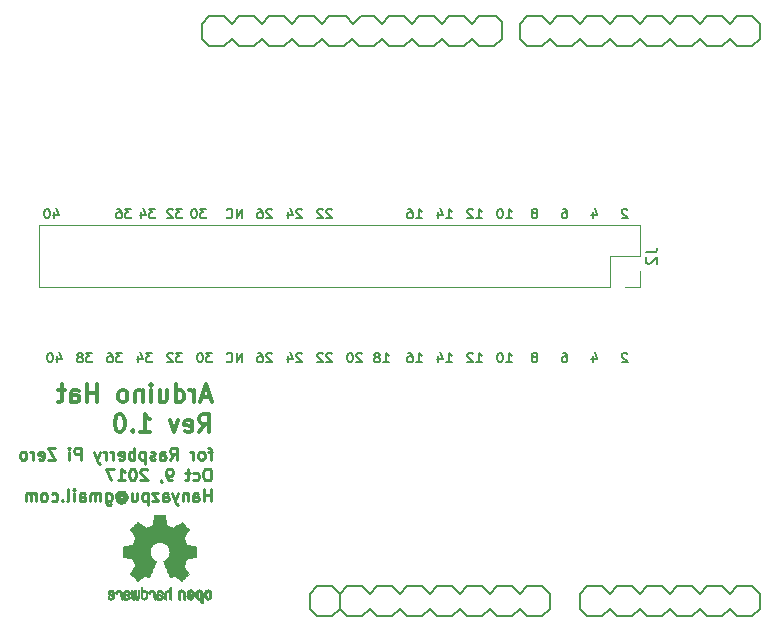
<source format=gbr>
G04 #@! TF.FileFunction,Legend,Bot*
%FSLAX46Y46*%
G04 Gerber Fmt 4.6, Leading zero omitted, Abs format (unit mm)*
G04 Created by KiCad (PCBNEW 4.0.7) date 2017 October 09, Monday 22:10:02*
%MOMM*%
%LPD*%
G01*
G04 APERTURE LIST*
%ADD10C,0.100000*%
%ADD11C,0.200000*%
%ADD12C,0.250000*%
%ADD13C,0.300000*%
%ADD14C,0.150000*%
%ADD15C,0.120000*%
%ADD16C,0.010000*%
G04 APERTURE END LIST*
D10*
D11*
X200507619Y-68154571D02*
X200507619Y-68687905D01*
X200698095Y-67849810D02*
X200888571Y-68421238D01*
X200393333Y-68421238D01*
X197967619Y-67887905D02*
X198120000Y-67887905D01*
X198196190Y-67926000D01*
X198234285Y-67964095D01*
X198310476Y-68078381D01*
X198348571Y-68230762D01*
X198348571Y-68535524D01*
X198310476Y-68611714D01*
X198272381Y-68649810D01*
X198196190Y-68687905D01*
X198043809Y-68687905D01*
X197967619Y-68649810D01*
X197929523Y-68611714D01*
X197891428Y-68535524D01*
X197891428Y-68345048D01*
X197929523Y-68268857D01*
X197967619Y-68230762D01*
X198043809Y-68192667D01*
X198196190Y-68192667D01*
X198272381Y-68230762D01*
X198310476Y-68268857D01*
X198348571Y-68345048D01*
X195656190Y-68230762D02*
X195732381Y-68192667D01*
X195770476Y-68154571D01*
X195808571Y-68078381D01*
X195808571Y-68040286D01*
X195770476Y-67964095D01*
X195732381Y-67926000D01*
X195656190Y-67887905D01*
X195503809Y-67887905D01*
X195427619Y-67926000D01*
X195389523Y-67964095D01*
X195351428Y-68040286D01*
X195351428Y-68078381D01*
X195389523Y-68154571D01*
X195427619Y-68192667D01*
X195503809Y-68230762D01*
X195656190Y-68230762D01*
X195732381Y-68268857D01*
X195770476Y-68306952D01*
X195808571Y-68383143D01*
X195808571Y-68535524D01*
X195770476Y-68611714D01*
X195732381Y-68649810D01*
X195656190Y-68687905D01*
X195503809Y-68687905D01*
X195427619Y-68649810D01*
X195389523Y-68611714D01*
X195351428Y-68535524D01*
X195351428Y-68383143D01*
X195389523Y-68306952D01*
X195427619Y-68268857D01*
X195503809Y-68230762D01*
X193192381Y-68687905D02*
X193649524Y-68687905D01*
X193420953Y-68687905D02*
X193420953Y-67887905D01*
X193497143Y-68002190D01*
X193573334Y-68078381D01*
X193649524Y-68116476D01*
X192697143Y-67887905D02*
X192620952Y-67887905D01*
X192544762Y-67926000D01*
X192506667Y-67964095D01*
X192468571Y-68040286D01*
X192430476Y-68192667D01*
X192430476Y-68383143D01*
X192468571Y-68535524D01*
X192506667Y-68611714D01*
X192544762Y-68649810D01*
X192620952Y-68687905D01*
X192697143Y-68687905D01*
X192773333Y-68649810D01*
X192811429Y-68611714D01*
X192849524Y-68535524D01*
X192887619Y-68383143D01*
X192887619Y-68192667D01*
X192849524Y-68040286D01*
X192811429Y-67964095D01*
X192773333Y-67926000D01*
X192697143Y-67887905D01*
X190652381Y-68687905D02*
X191109524Y-68687905D01*
X190880953Y-68687905D02*
X190880953Y-67887905D01*
X190957143Y-68002190D01*
X191033334Y-68078381D01*
X191109524Y-68116476D01*
X190347619Y-67964095D02*
X190309524Y-67926000D01*
X190233333Y-67887905D01*
X190042857Y-67887905D01*
X189966667Y-67926000D01*
X189928571Y-67964095D01*
X189890476Y-68040286D01*
X189890476Y-68116476D01*
X189928571Y-68230762D01*
X190385714Y-68687905D01*
X189890476Y-68687905D01*
X188112381Y-68687905D02*
X188569524Y-68687905D01*
X188340953Y-68687905D02*
X188340953Y-67887905D01*
X188417143Y-68002190D01*
X188493334Y-68078381D01*
X188569524Y-68116476D01*
X187426667Y-68154571D02*
X187426667Y-68687905D01*
X187617143Y-67849810D02*
X187807619Y-68421238D01*
X187312381Y-68421238D01*
X185572381Y-68687905D02*
X186029524Y-68687905D01*
X185800953Y-68687905D02*
X185800953Y-67887905D01*
X185877143Y-68002190D01*
X185953334Y-68078381D01*
X186029524Y-68116476D01*
X184886667Y-67887905D02*
X185039048Y-67887905D01*
X185115238Y-67926000D01*
X185153333Y-67964095D01*
X185229524Y-68078381D01*
X185267619Y-68230762D01*
X185267619Y-68535524D01*
X185229524Y-68611714D01*
X185191429Y-68649810D01*
X185115238Y-68687905D01*
X184962857Y-68687905D01*
X184886667Y-68649810D01*
X184848571Y-68611714D01*
X184810476Y-68535524D01*
X184810476Y-68345048D01*
X184848571Y-68268857D01*
X184886667Y-68230762D01*
X184962857Y-68192667D01*
X185115238Y-68192667D01*
X185191429Y-68230762D01*
X185229524Y-68268857D01*
X185267619Y-68345048D01*
X182778381Y-68687905D02*
X183235524Y-68687905D01*
X183006953Y-68687905D02*
X183006953Y-67887905D01*
X183083143Y-68002190D01*
X183159334Y-68078381D01*
X183235524Y-68116476D01*
X182321238Y-68230762D02*
X182397429Y-68192667D01*
X182435524Y-68154571D01*
X182473619Y-68078381D01*
X182473619Y-68040286D01*
X182435524Y-67964095D01*
X182397429Y-67926000D01*
X182321238Y-67887905D01*
X182168857Y-67887905D01*
X182092667Y-67926000D01*
X182054571Y-67964095D01*
X182016476Y-68040286D01*
X182016476Y-68078381D01*
X182054571Y-68154571D01*
X182092667Y-68192667D01*
X182168857Y-68230762D01*
X182321238Y-68230762D01*
X182397429Y-68268857D01*
X182435524Y-68306952D01*
X182473619Y-68383143D01*
X182473619Y-68535524D01*
X182435524Y-68611714D01*
X182397429Y-68649810D01*
X182321238Y-68687905D01*
X182168857Y-68687905D01*
X182092667Y-68649810D01*
X182054571Y-68611714D01*
X182016476Y-68535524D01*
X182016476Y-68383143D01*
X182054571Y-68306952D01*
X182092667Y-68268857D01*
X182168857Y-68230762D01*
X180949524Y-67964095D02*
X180911429Y-67926000D01*
X180835238Y-67887905D01*
X180644762Y-67887905D01*
X180568572Y-67926000D01*
X180530476Y-67964095D01*
X180492381Y-68040286D01*
X180492381Y-68116476D01*
X180530476Y-68230762D01*
X180987619Y-68687905D01*
X180492381Y-68687905D01*
X179997143Y-67887905D02*
X179920952Y-67887905D01*
X179844762Y-67926000D01*
X179806667Y-67964095D01*
X179768571Y-68040286D01*
X179730476Y-68192667D01*
X179730476Y-68383143D01*
X179768571Y-68535524D01*
X179806667Y-68611714D01*
X179844762Y-68649810D01*
X179920952Y-68687905D01*
X179997143Y-68687905D01*
X180073333Y-68649810D01*
X180111429Y-68611714D01*
X180149524Y-68535524D01*
X180187619Y-68383143D01*
X180187619Y-68192667D01*
X180149524Y-68040286D01*
X180111429Y-67964095D01*
X180073333Y-67926000D01*
X179997143Y-67887905D01*
X178409524Y-67964095D02*
X178371429Y-67926000D01*
X178295238Y-67887905D01*
X178104762Y-67887905D01*
X178028572Y-67926000D01*
X177990476Y-67964095D01*
X177952381Y-68040286D01*
X177952381Y-68116476D01*
X177990476Y-68230762D01*
X178447619Y-68687905D01*
X177952381Y-68687905D01*
X177647619Y-67964095D02*
X177609524Y-67926000D01*
X177533333Y-67887905D01*
X177342857Y-67887905D01*
X177266667Y-67926000D01*
X177228571Y-67964095D01*
X177190476Y-68040286D01*
X177190476Y-68116476D01*
X177228571Y-68230762D01*
X177685714Y-68687905D01*
X177190476Y-68687905D01*
X175869524Y-67964095D02*
X175831429Y-67926000D01*
X175755238Y-67887905D01*
X175564762Y-67887905D01*
X175488572Y-67926000D01*
X175450476Y-67964095D01*
X175412381Y-68040286D01*
X175412381Y-68116476D01*
X175450476Y-68230762D01*
X175907619Y-68687905D01*
X175412381Y-68687905D01*
X174726667Y-68154571D02*
X174726667Y-68687905D01*
X174917143Y-67849810D02*
X175107619Y-68421238D01*
X174612381Y-68421238D01*
X173329524Y-67964095D02*
X173291429Y-67926000D01*
X173215238Y-67887905D01*
X173024762Y-67887905D01*
X172948572Y-67926000D01*
X172910476Y-67964095D01*
X172872381Y-68040286D01*
X172872381Y-68116476D01*
X172910476Y-68230762D01*
X173367619Y-68687905D01*
X172872381Y-68687905D01*
X172186667Y-67887905D02*
X172339048Y-67887905D01*
X172415238Y-67926000D01*
X172453333Y-67964095D01*
X172529524Y-68078381D01*
X172567619Y-68230762D01*
X172567619Y-68535524D01*
X172529524Y-68611714D01*
X172491429Y-68649810D01*
X172415238Y-68687905D01*
X172262857Y-68687905D01*
X172186667Y-68649810D01*
X172148571Y-68611714D01*
X172110476Y-68535524D01*
X172110476Y-68345048D01*
X172148571Y-68268857D01*
X172186667Y-68230762D01*
X172262857Y-68192667D01*
X172415238Y-68192667D01*
X172491429Y-68230762D01*
X172529524Y-68268857D01*
X172567619Y-68345048D01*
X168287619Y-67887905D02*
X167792381Y-67887905D01*
X168059048Y-68192667D01*
X167944762Y-68192667D01*
X167868572Y-68230762D01*
X167830476Y-68268857D01*
X167792381Y-68345048D01*
X167792381Y-68535524D01*
X167830476Y-68611714D01*
X167868572Y-68649810D01*
X167944762Y-68687905D01*
X168173334Y-68687905D01*
X168249524Y-68649810D01*
X168287619Y-68611714D01*
X167297143Y-67887905D02*
X167220952Y-67887905D01*
X167144762Y-67926000D01*
X167106667Y-67964095D01*
X167068571Y-68040286D01*
X167030476Y-68192667D01*
X167030476Y-68383143D01*
X167068571Y-68535524D01*
X167106667Y-68611714D01*
X167144762Y-68649810D01*
X167220952Y-68687905D01*
X167297143Y-68687905D01*
X167373333Y-68649810D01*
X167411429Y-68611714D01*
X167449524Y-68535524D01*
X167487619Y-68383143D01*
X167487619Y-68192667D01*
X167449524Y-68040286D01*
X167411429Y-67964095D01*
X167373333Y-67926000D01*
X167297143Y-67887905D01*
X165747619Y-67887905D02*
X165252381Y-67887905D01*
X165519048Y-68192667D01*
X165404762Y-68192667D01*
X165328572Y-68230762D01*
X165290476Y-68268857D01*
X165252381Y-68345048D01*
X165252381Y-68535524D01*
X165290476Y-68611714D01*
X165328572Y-68649810D01*
X165404762Y-68687905D01*
X165633334Y-68687905D01*
X165709524Y-68649810D01*
X165747619Y-68611714D01*
X164947619Y-67964095D02*
X164909524Y-67926000D01*
X164833333Y-67887905D01*
X164642857Y-67887905D01*
X164566667Y-67926000D01*
X164528571Y-67964095D01*
X164490476Y-68040286D01*
X164490476Y-68116476D01*
X164528571Y-68230762D01*
X164985714Y-68687905D01*
X164490476Y-68687905D01*
X163207619Y-67887905D02*
X162712381Y-67887905D01*
X162979048Y-68192667D01*
X162864762Y-68192667D01*
X162788572Y-68230762D01*
X162750476Y-68268857D01*
X162712381Y-68345048D01*
X162712381Y-68535524D01*
X162750476Y-68611714D01*
X162788572Y-68649810D01*
X162864762Y-68687905D01*
X163093334Y-68687905D01*
X163169524Y-68649810D01*
X163207619Y-68611714D01*
X162026667Y-68154571D02*
X162026667Y-68687905D01*
X162217143Y-67849810D02*
X162407619Y-68421238D01*
X161912381Y-68421238D01*
X160667619Y-67887905D02*
X160172381Y-67887905D01*
X160439048Y-68192667D01*
X160324762Y-68192667D01*
X160248572Y-68230762D01*
X160210476Y-68268857D01*
X160172381Y-68345048D01*
X160172381Y-68535524D01*
X160210476Y-68611714D01*
X160248572Y-68649810D01*
X160324762Y-68687905D01*
X160553334Y-68687905D01*
X160629524Y-68649810D01*
X160667619Y-68611714D01*
X159486667Y-67887905D02*
X159639048Y-67887905D01*
X159715238Y-67926000D01*
X159753333Y-67964095D01*
X159829524Y-68078381D01*
X159867619Y-68230762D01*
X159867619Y-68535524D01*
X159829524Y-68611714D01*
X159791429Y-68649810D01*
X159715238Y-68687905D01*
X159562857Y-68687905D01*
X159486667Y-68649810D01*
X159448571Y-68611714D01*
X159410476Y-68535524D01*
X159410476Y-68345048D01*
X159448571Y-68268857D01*
X159486667Y-68230762D01*
X159562857Y-68192667D01*
X159715238Y-68192667D01*
X159791429Y-68230762D01*
X159829524Y-68268857D01*
X159867619Y-68345048D01*
X158127619Y-67887905D02*
X157632381Y-67887905D01*
X157899048Y-68192667D01*
X157784762Y-68192667D01*
X157708572Y-68230762D01*
X157670476Y-68268857D01*
X157632381Y-68345048D01*
X157632381Y-68535524D01*
X157670476Y-68611714D01*
X157708572Y-68649810D01*
X157784762Y-68687905D01*
X158013334Y-68687905D01*
X158089524Y-68649810D01*
X158127619Y-68611714D01*
X157175238Y-68230762D02*
X157251429Y-68192667D01*
X157289524Y-68154571D01*
X157327619Y-68078381D01*
X157327619Y-68040286D01*
X157289524Y-67964095D01*
X157251429Y-67926000D01*
X157175238Y-67887905D01*
X157022857Y-67887905D01*
X156946667Y-67926000D01*
X156908571Y-67964095D01*
X156870476Y-68040286D01*
X156870476Y-68078381D01*
X156908571Y-68154571D01*
X156946667Y-68192667D01*
X157022857Y-68230762D01*
X157175238Y-68230762D01*
X157251429Y-68268857D01*
X157289524Y-68306952D01*
X157327619Y-68383143D01*
X157327619Y-68535524D01*
X157289524Y-68611714D01*
X157251429Y-68649810D01*
X157175238Y-68687905D01*
X157022857Y-68687905D01*
X156946667Y-68649810D01*
X156908571Y-68611714D01*
X156870476Y-68535524D01*
X156870476Y-68383143D01*
X156908571Y-68306952D01*
X156946667Y-68268857D01*
X157022857Y-68230762D01*
X200507619Y-55962571D02*
X200507619Y-56495905D01*
X200698095Y-55657810D02*
X200888571Y-56229238D01*
X200393333Y-56229238D01*
X197967619Y-55695905D02*
X198120000Y-55695905D01*
X198196190Y-55734000D01*
X198234285Y-55772095D01*
X198310476Y-55886381D01*
X198348571Y-56038762D01*
X198348571Y-56343524D01*
X198310476Y-56419714D01*
X198272381Y-56457810D01*
X198196190Y-56495905D01*
X198043809Y-56495905D01*
X197967619Y-56457810D01*
X197929523Y-56419714D01*
X197891428Y-56343524D01*
X197891428Y-56153048D01*
X197929523Y-56076857D01*
X197967619Y-56038762D01*
X198043809Y-56000667D01*
X198196190Y-56000667D01*
X198272381Y-56038762D01*
X198310476Y-56076857D01*
X198348571Y-56153048D01*
X195656190Y-56038762D02*
X195732381Y-56000667D01*
X195770476Y-55962571D01*
X195808571Y-55886381D01*
X195808571Y-55848286D01*
X195770476Y-55772095D01*
X195732381Y-55734000D01*
X195656190Y-55695905D01*
X195503809Y-55695905D01*
X195427619Y-55734000D01*
X195389523Y-55772095D01*
X195351428Y-55848286D01*
X195351428Y-55886381D01*
X195389523Y-55962571D01*
X195427619Y-56000667D01*
X195503809Y-56038762D01*
X195656190Y-56038762D01*
X195732381Y-56076857D01*
X195770476Y-56114952D01*
X195808571Y-56191143D01*
X195808571Y-56343524D01*
X195770476Y-56419714D01*
X195732381Y-56457810D01*
X195656190Y-56495905D01*
X195503809Y-56495905D01*
X195427619Y-56457810D01*
X195389523Y-56419714D01*
X195351428Y-56343524D01*
X195351428Y-56191143D01*
X195389523Y-56114952D01*
X195427619Y-56076857D01*
X195503809Y-56038762D01*
X193192381Y-56495905D02*
X193649524Y-56495905D01*
X193420953Y-56495905D02*
X193420953Y-55695905D01*
X193497143Y-55810190D01*
X193573334Y-55886381D01*
X193649524Y-55924476D01*
X192697143Y-55695905D02*
X192620952Y-55695905D01*
X192544762Y-55734000D01*
X192506667Y-55772095D01*
X192468571Y-55848286D01*
X192430476Y-56000667D01*
X192430476Y-56191143D01*
X192468571Y-56343524D01*
X192506667Y-56419714D01*
X192544762Y-56457810D01*
X192620952Y-56495905D01*
X192697143Y-56495905D01*
X192773333Y-56457810D01*
X192811429Y-56419714D01*
X192849524Y-56343524D01*
X192887619Y-56191143D01*
X192887619Y-56000667D01*
X192849524Y-55848286D01*
X192811429Y-55772095D01*
X192773333Y-55734000D01*
X192697143Y-55695905D01*
X190652381Y-56495905D02*
X191109524Y-56495905D01*
X190880953Y-56495905D02*
X190880953Y-55695905D01*
X190957143Y-55810190D01*
X191033334Y-55886381D01*
X191109524Y-55924476D01*
X190347619Y-55772095D02*
X190309524Y-55734000D01*
X190233333Y-55695905D01*
X190042857Y-55695905D01*
X189966667Y-55734000D01*
X189928571Y-55772095D01*
X189890476Y-55848286D01*
X189890476Y-55924476D01*
X189928571Y-56038762D01*
X190385714Y-56495905D01*
X189890476Y-56495905D01*
X188112381Y-56495905D02*
X188569524Y-56495905D01*
X188340953Y-56495905D02*
X188340953Y-55695905D01*
X188417143Y-55810190D01*
X188493334Y-55886381D01*
X188569524Y-55924476D01*
X187426667Y-55962571D02*
X187426667Y-56495905D01*
X187617143Y-55657810D02*
X187807619Y-56229238D01*
X187312381Y-56229238D01*
X185572381Y-56495905D02*
X186029524Y-56495905D01*
X185800953Y-56495905D02*
X185800953Y-55695905D01*
X185877143Y-55810190D01*
X185953334Y-55886381D01*
X186029524Y-55924476D01*
X184886667Y-55695905D02*
X185039048Y-55695905D01*
X185115238Y-55734000D01*
X185153333Y-55772095D01*
X185229524Y-55886381D01*
X185267619Y-56038762D01*
X185267619Y-56343524D01*
X185229524Y-56419714D01*
X185191429Y-56457810D01*
X185115238Y-56495905D01*
X184962857Y-56495905D01*
X184886667Y-56457810D01*
X184848571Y-56419714D01*
X184810476Y-56343524D01*
X184810476Y-56153048D01*
X184848571Y-56076857D01*
X184886667Y-56038762D01*
X184962857Y-56000667D01*
X185115238Y-56000667D01*
X185191429Y-56038762D01*
X185229524Y-56076857D01*
X185267619Y-56153048D01*
X178409524Y-55772095D02*
X178371429Y-55734000D01*
X178295238Y-55695905D01*
X178104762Y-55695905D01*
X178028572Y-55734000D01*
X177990476Y-55772095D01*
X177952381Y-55848286D01*
X177952381Y-55924476D01*
X177990476Y-56038762D01*
X178447619Y-56495905D01*
X177952381Y-56495905D01*
X177647619Y-55772095D02*
X177609524Y-55734000D01*
X177533333Y-55695905D01*
X177342857Y-55695905D01*
X177266667Y-55734000D01*
X177228571Y-55772095D01*
X177190476Y-55848286D01*
X177190476Y-55924476D01*
X177228571Y-56038762D01*
X177685714Y-56495905D01*
X177190476Y-56495905D01*
X175869524Y-55772095D02*
X175831429Y-55734000D01*
X175755238Y-55695905D01*
X175564762Y-55695905D01*
X175488572Y-55734000D01*
X175450476Y-55772095D01*
X175412381Y-55848286D01*
X175412381Y-55924476D01*
X175450476Y-56038762D01*
X175907619Y-56495905D01*
X175412381Y-56495905D01*
X174726667Y-55962571D02*
X174726667Y-56495905D01*
X174917143Y-55657810D02*
X175107619Y-56229238D01*
X174612381Y-56229238D01*
X173329524Y-55772095D02*
X173291429Y-55734000D01*
X173215238Y-55695905D01*
X173024762Y-55695905D01*
X172948572Y-55734000D01*
X172910476Y-55772095D01*
X172872381Y-55848286D01*
X172872381Y-55924476D01*
X172910476Y-56038762D01*
X173367619Y-56495905D01*
X172872381Y-56495905D01*
X172186667Y-55695905D02*
X172339048Y-55695905D01*
X172415238Y-55734000D01*
X172453333Y-55772095D01*
X172529524Y-55886381D01*
X172567619Y-56038762D01*
X172567619Y-56343524D01*
X172529524Y-56419714D01*
X172491429Y-56457810D01*
X172415238Y-56495905D01*
X172262857Y-56495905D01*
X172186667Y-56457810D01*
X172148571Y-56419714D01*
X172110476Y-56343524D01*
X172110476Y-56153048D01*
X172148571Y-56076857D01*
X172186667Y-56038762D01*
X172262857Y-56000667D01*
X172415238Y-56000667D01*
X172491429Y-56038762D01*
X172529524Y-56076857D01*
X172567619Y-56153048D01*
X167779619Y-55695905D02*
X167284381Y-55695905D01*
X167551048Y-56000667D01*
X167436762Y-56000667D01*
X167360572Y-56038762D01*
X167322476Y-56076857D01*
X167284381Y-56153048D01*
X167284381Y-56343524D01*
X167322476Y-56419714D01*
X167360572Y-56457810D01*
X167436762Y-56495905D01*
X167665334Y-56495905D01*
X167741524Y-56457810D01*
X167779619Y-56419714D01*
X166789143Y-55695905D02*
X166712952Y-55695905D01*
X166636762Y-55734000D01*
X166598667Y-55772095D01*
X166560571Y-55848286D01*
X166522476Y-56000667D01*
X166522476Y-56191143D01*
X166560571Y-56343524D01*
X166598667Y-56419714D01*
X166636762Y-56457810D01*
X166712952Y-56495905D01*
X166789143Y-56495905D01*
X166865333Y-56457810D01*
X166903429Y-56419714D01*
X166941524Y-56343524D01*
X166979619Y-56191143D01*
X166979619Y-56000667D01*
X166941524Y-55848286D01*
X166903429Y-55772095D01*
X166865333Y-55734000D01*
X166789143Y-55695905D01*
X165747619Y-55695905D02*
X165252381Y-55695905D01*
X165519048Y-56000667D01*
X165404762Y-56000667D01*
X165328572Y-56038762D01*
X165290476Y-56076857D01*
X165252381Y-56153048D01*
X165252381Y-56343524D01*
X165290476Y-56419714D01*
X165328572Y-56457810D01*
X165404762Y-56495905D01*
X165633334Y-56495905D01*
X165709524Y-56457810D01*
X165747619Y-56419714D01*
X164947619Y-55772095D02*
X164909524Y-55734000D01*
X164833333Y-55695905D01*
X164642857Y-55695905D01*
X164566667Y-55734000D01*
X164528571Y-55772095D01*
X164490476Y-55848286D01*
X164490476Y-55924476D01*
X164528571Y-56038762D01*
X164985714Y-56495905D01*
X164490476Y-56495905D01*
X163461619Y-55695905D02*
X162966381Y-55695905D01*
X163233048Y-56000667D01*
X163118762Y-56000667D01*
X163042572Y-56038762D01*
X163004476Y-56076857D01*
X162966381Y-56153048D01*
X162966381Y-56343524D01*
X163004476Y-56419714D01*
X163042572Y-56457810D01*
X163118762Y-56495905D01*
X163347334Y-56495905D01*
X163423524Y-56457810D01*
X163461619Y-56419714D01*
X162280667Y-55962571D02*
X162280667Y-56495905D01*
X162471143Y-55657810D02*
X162661619Y-56229238D01*
X162166381Y-56229238D01*
X161429619Y-55695905D02*
X160934381Y-55695905D01*
X161201048Y-56000667D01*
X161086762Y-56000667D01*
X161010572Y-56038762D01*
X160972476Y-56076857D01*
X160934381Y-56153048D01*
X160934381Y-56343524D01*
X160972476Y-56419714D01*
X161010572Y-56457810D01*
X161086762Y-56495905D01*
X161315334Y-56495905D01*
X161391524Y-56457810D01*
X161429619Y-56419714D01*
X160248667Y-55695905D02*
X160401048Y-55695905D01*
X160477238Y-55734000D01*
X160515333Y-55772095D01*
X160591524Y-55886381D01*
X160629619Y-56038762D01*
X160629619Y-56343524D01*
X160591524Y-56419714D01*
X160553429Y-56457810D01*
X160477238Y-56495905D01*
X160324857Y-56495905D01*
X160248667Y-56457810D01*
X160210571Y-56419714D01*
X160172476Y-56343524D01*
X160172476Y-56153048D01*
X160210571Y-56076857D01*
X160248667Y-56038762D01*
X160324857Y-56000667D01*
X160477238Y-56000667D01*
X160553429Y-56038762D01*
X160591524Y-56076857D01*
X160629619Y-56153048D01*
X203428571Y-55772095D02*
X203390476Y-55734000D01*
X203314285Y-55695905D01*
X203123809Y-55695905D01*
X203047619Y-55734000D01*
X203009523Y-55772095D01*
X202971428Y-55848286D01*
X202971428Y-55924476D01*
X203009523Y-56038762D01*
X203466666Y-56495905D01*
X202971428Y-56495905D01*
X203428571Y-67964095D02*
X203390476Y-67926000D01*
X203314285Y-67887905D01*
X203123809Y-67887905D01*
X203047619Y-67926000D01*
X203009523Y-67964095D01*
X202971428Y-68040286D01*
X202971428Y-68116476D01*
X203009523Y-68230762D01*
X203466666Y-68687905D01*
X202971428Y-68687905D01*
X170808571Y-56495905D02*
X170808571Y-55695905D01*
X170351428Y-56495905D01*
X170351428Y-55695905D01*
X169513333Y-56419714D02*
X169551428Y-56457810D01*
X169665714Y-56495905D01*
X169741904Y-56495905D01*
X169856190Y-56457810D01*
X169932381Y-56381619D01*
X169970476Y-56305429D01*
X170008571Y-56153048D01*
X170008571Y-56038762D01*
X169970476Y-55886381D01*
X169932381Y-55810190D01*
X169856190Y-55734000D01*
X169741904Y-55695905D01*
X169665714Y-55695905D01*
X169551428Y-55734000D01*
X169513333Y-55772095D01*
X170808571Y-68687905D02*
X170808571Y-67887905D01*
X170351428Y-68687905D01*
X170351428Y-67887905D01*
X169513333Y-68611714D02*
X169551428Y-68649810D01*
X169665714Y-68687905D01*
X169741904Y-68687905D01*
X169856190Y-68649810D01*
X169932381Y-68573619D01*
X169970476Y-68497429D01*
X170008571Y-68345048D01*
X170008571Y-68230762D01*
X169970476Y-68078381D01*
X169932381Y-68002190D01*
X169856190Y-67926000D01*
X169741904Y-67887905D01*
X169665714Y-67887905D01*
X169551428Y-67926000D01*
X169513333Y-67964095D01*
X155168572Y-68154571D02*
X155168572Y-68687905D01*
X155359048Y-67849810D02*
X155549524Y-68421238D01*
X155054286Y-68421238D01*
X154597143Y-67887905D02*
X154520952Y-67887905D01*
X154444762Y-67926000D01*
X154406667Y-67964095D01*
X154368571Y-68040286D01*
X154330476Y-68192667D01*
X154330476Y-68383143D01*
X154368571Y-68535524D01*
X154406667Y-68611714D01*
X154444762Y-68649810D01*
X154520952Y-68687905D01*
X154597143Y-68687905D01*
X154673333Y-68649810D01*
X154711429Y-68611714D01*
X154749524Y-68535524D01*
X154787619Y-68383143D01*
X154787619Y-68192667D01*
X154749524Y-68040286D01*
X154711429Y-67964095D01*
X154673333Y-67926000D01*
X154597143Y-67887905D01*
X154914572Y-55962571D02*
X154914572Y-56495905D01*
X155105048Y-55657810D02*
X155295524Y-56229238D01*
X154800286Y-56229238D01*
X154343143Y-55695905D02*
X154266952Y-55695905D01*
X154190762Y-55734000D01*
X154152667Y-55772095D01*
X154114571Y-55848286D01*
X154076476Y-56000667D01*
X154076476Y-56191143D01*
X154114571Y-56343524D01*
X154152667Y-56419714D01*
X154190762Y-56457810D01*
X154266952Y-56495905D01*
X154343143Y-56495905D01*
X154419333Y-56457810D01*
X154457429Y-56419714D01*
X154495524Y-56343524D01*
X154533619Y-56191143D01*
X154533619Y-56000667D01*
X154495524Y-55848286D01*
X154457429Y-55772095D01*
X154419333Y-55734000D01*
X154343143Y-55695905D01*
D12*
X168306762Y-76267714D02*
X167925810Y-76267714D01*
X168163905Y-76934381D02*
X168163905Y-76077238D01*
X168116286Y-75982000D01*
X168021048Y-75934381D01*
X167925810Y-75934381D01*
X167449619Y-76934381D02*
X167544857Y-76886762D01*
X167592476Y-76839143D01*
X167640095Y-76743905D01*
X167640095Y-76458190D01*
X167592476Y-76362952D01*
X167544857Y-76315333D01*
X167449619Y-76267714D01*
X167306761Y-76267714D01*
X167211523Y-76315333D01*
X167163904Y-76362952D01*
X167116285Y-76458190D01*
X167116285Y-76743905D01*
X167163904Y-76839143D01*
X167211523Y-76886762D01*
X167306761Y-76934381D01*
X167449619Y-76934381D01*
X166687714Y-76934381D02*
X166687714Y-76267714D01*
X166687714Y-76458190D02*
X166640095Y-76362952D01*
X166592476Y-76315333D01*
X166497238Y-76267714D01*
X166401999Y-76267714D01*
X164735332Y-76934381D02*
X165068666Y-76458190D01*
X165306761Y-76934381D02*
X165306761Y-75934381D01*
X164925808Y-75934381D01*
X164830570Y-75982000D01*
X164782951Y-76029619D01*
X164735332Y-76124857D01*
X164735332Y-76267714D01*
X164782951Y-76362952D01*
X164830570Y-76410571D01*
X164925808Y-76458190D01*
X165306761Y-76458190D01*
X163878189Y-76934381D02*
X163878189Y-76410571D01*
X163925808Y-76315333D01*
X164021046Y-76267714D01*
X164211523Y-76267714D01*
X164306761Y-76315333D01*
X163878189Y-76886762D02*
X163973427Y-76934381D01*
X164211523Y-76934381D01*
X164306761Y-76886762D01*
X164354380Y-76791524D01*
X164354380Y-76696286D01*
X164306761Y-76601048D01*
X164211523Y-76553429D01*
X163973427Y-76553429D01*
X163878189Y-76505810D01*
X163449618Y-76886762D02*
X163354380Y-76934381D01*
X163163904Y-76934381D01*
X163068665Y-76886762D01*
X163021046Y-76791524D01*
X163021046Y-76743905D01*
X163068665Y-76648667D01*
X163163904Y-76601048D01*
X163306761Y-76601048D01*
X163401999Y-76553429D01*
X163449618Y-76458190D01*
X163449618Y-76410571D01*
X163401999Y-76315333D01*
X163306761Y-76267714D01*
X163163904Y-76267714D01*
X163068665Y-76315333D01*
X162592475Y-76267714D02*
X162592475Y-77267714D01*
X162592475Y-76315333D02*
X162497237Y-76267714D01*
X162306760Y-76267714D01*
X162211522Y-76315333D01*
X162163903Y-76362952D01*
X162116284Y-76458190D01*
X162116284Y-76743905D01*
X162163903Y-76839143D01*
X162211522Y-76886762D01*
X162306760Y-76934381D01*
X162497237Y-76934381D01*
X162592475Y-76886762D01*
X161687713Y-76934381D02*
X161687713Y-75934381D01*
X161687713Y-76315333D02*
X161592475Y-76267714D01*
X161401998Y-76267714D01*
X161306760Y-76315333D01*
X161259141Y-76362952D01*
X161211522Y-76458190D01*
X161211522Y-76743905D01*
X161259141Y-76839143D01*
X161306760Y-76886762D01*
X161401998Y-76934381D01*
X161592475Y-76934381D01*
X161687713Y-76886762D01*
X160401998Y-76886762D02*
X160497236Y-76934381D01*
X160687713Y-76934381D01*
X160782951Y-76886762D01*
X160830570Y-76791524D01*
X160830570Y-76410571D01*
X160782951Y-76315333D01*
X160687713Y-76267714D01*
X160497236Y-76267714D01*
X160401998Y-76315333D01*
X160354379Y-76410571D01*
X160354379Y-76505810D01*
X160830570Y-76601048D01*
X159925808Y-76934381D02*
X159925808Y-76267714D01*
X159925808Y-76458190D02*
X159878189Y-76362952D01*
X159830570Y-76315333D01*
X159735332Y-76267714D01*
X159640093Y-76267714D01*
X159306760Y-76934381D02*
X159306760Y-76267714D01*
X159306760Y-76458190D02*
X159259141Y-76362952D01*
X159211522Y-76315333D01*
X159116284Y-76267714D01*
X159021045Y-76267714D01*
X158782950Y-76267714D02*
X158544855Y-76934381D01*
X158306759Y-76267714D02*
X158544855Y-76934381D01*
X158640093Y-77172476D01*
X158687712Y-77220095D01*
X158782950Y-77267714D01*
X157163902Y-76934381D02*
X157163902Y-75934381D01*
X156782949Y-75934381D01*
X156687711Y-75982000D01*
X156640092Y-76029619D01*
X156592473Y-76124857D01*
X156592473Y-76267714D01*
X156640092Y-76362952D01*
X156687711Y-76410571D01*
X156782949Y-76458190D01*
X157163902Y-76458190D01*
X156163902Y-76934381D02*
X156163902Y-76267714D01*
X156163902Y-75934381D02*
X156211521Y-75982000D01*
X156163902Y-76029619D01*
X156116283Y-75982000D01*
X156163902Y-75934381D01*
X156163902Y-76029619D01*
X155021045Y-75934381D02*
X154354378Y-75934381D01*
X155021045Y-76934381D01*
X154354378Y-76934381D01*
X153592473Y-76886762D02*
X153687711Y-76934381D01*
X153878188Y-76934381D01*
X153973426Y-76886762D01*
X154021045Y-76791524D01*
X154021045Y-76410571D01*
X153973426Y-76315333D01*
X153878188Y-76267714D01*
X153687711Y-76267714D01*
X153592473Y-76315333D01*
X153544854Y-76410571D01*
X153544854Y-76505810D01*
X154021045Y-76601048D01*
X153116283Y-76934381D02*
X153116283Y-76267714D01*
X153116283Y-76458190D02*
X153068664Y-76362952D01*
X153021045Y-76315333D01*
X152925807Y-76267714D01*
X152830568Y-76267714D01*
X152354378Y-76934381D02*
X152449616Y-76886762D01*
X152497235Y-76839143D01*
X152544854Y-76743905D01*
X152544854Y-76458190D01*
X152497235Y-76362952D01*
X152449616Y-76315333D01*
X152354378Y-76267714D01*
X152211520Y-76267714D01*
X152116282Y-76315333D01*
X152068663Y-76362952D01*
X152021044Y-76458190D01*
X152021044Y-76743905D01*
X152068663Y-76839143D01*
X152116282Y-76886762D01*
X152211520Y-76934381D01*
X152354378Y-76934381D01*
X167973429Y-77684381D02*
X167782952Y-77684381D01*
X167687714Y-77732000D01*
X167592476Y-77827238D01*
X167544857Y-78017714D01*
X167544857Y-78351048D01*
X167592476Y-78541524D01*
X167687714Y-78636762D01*
X167782952Y-78684381D01*
X167973429Y-78684381D01*
X168068667Y-78636762D01*
X168163905Y-78541524D01*
X168211524Y-78351048D01*
X168211524Y-78017714D01*
X168163905Y-77827238D01*
X168068667Y-77732000D01*
X167973429Y-77684381D01*
X166687714Y-78636762D02*
X166782952Y-78684381D01*
X166973429Y-78684381D01*
X167068667Y-78636762D01*
X167116286Y-78589143D01*
X167163905Y-78493905D01*
X167163905Y-78208190D01*
X167116286Y-78112952D01*
X167068667Y-78065333D01*
X166973429Y-78017714D01*
X166782952Y-78017714D01*
X166687714Y-78065333D01*
X166402000Y-78017714D02*
X166021048Y-78017714D01*
X166259143Y-77684381D02*
X166259143Y-78541524D01*
X166211524Y-78636762D01*
X166116286Y-78684381D01*
X166021048Y-78684381D01*
X164878190Y-78684381D02*
X164687714Y-78684381D01*
X164592475Y-78636762D01*
X164544856Y-78589143D01*
X164449618Y-78446286D01*
X164401999Y-78255810D01*
X164401999Y-77874857D01*
X164449618Y-77779619D01*
X164497237Y-77732000D01*
X164592475Y-77684381D01*
X164782952Y-77684381D01*
X164878190Y-77732000D01*
X164925809Y-77779619D01*
X164973428Y-77874857D01*
X164973428Y-78112952D01*
X164925809Y-78208190D01*
X164878190Y-78255810D01*
X164782952Y-78303429D01*
X164592475Y-78303429D01*
X164497237Y-78255810D01*
X164449618Y-78208190D01*
X164401999Y-78112952D01*
X163925809Y-78636762D02*
X163925809Y-78684381D01*
X163973428Y-78779619D01*
X164021047Y-78827238D01*
X162782952Y-77779619D02*
X162735333Y-77732000D01*
X162640095Y-77684381D01*
X162401999Y-77684381D01*
X162306761Y-77732000D01*
X162259142Y-77779619D01*
X162211523Y-77874857D01*
X162211523Y-77970095D01*
X162259142Y-78112952D01*
X162830571Y-78684381D01*
X162211523Y-78684381D01*
X161592476Y-77684381D02*
X161497237Y-77684381D01*
X161401999Y-77732000D01*
X161354380Y-77779619D01*
X161306761Y-77874857D01*
X161259142Y-78065333D01*
X161259142Y-78303429D01*
X161306761Y-78493905D01*
X161354380Y-78589143D01*
X161401999Y-78636762D01*
X161497237Y-78684381D01*
X161592476Y-78684381D01*
X161687714Y-78636762D01*
X161735333Y-78589143D01*
X161782952Y-78493905D01*
X161830571Y-78303429D01*
X161830571Y-78065333D01*
X161782952Y-77874857D01*
X161735333Y-77779619D01*
X161687714Y-77732000D01*
X161592476Y-77684381D01*
X160306761Y-78684381D02*
X160878190Y-78684381D01*
X160592476Y-78684381D02*
X160592476Y-77684381D01*
X160687714Y-77827238D01*
X160782952Y-77922476D01*
X160878190Y-77970095D01*
X159973428Y-77684381D02*
X159306761Y-77684381D01*
X159735333Y-78684381D01*
X168163905Y-80434381D02*
X168163905Y-79434381D01*
X168163905Y-79910571D02*
X167592476Y-79910571D01*
X167592476Y-80434381D02*
X167592476Y-79434381D01*
X166687714Y-80434381D02*
X166687714Y-79910571D01*
X166735333Y-79815333D01*
X166830571Y-79767714D01*
X167021048Y-79767714D01*
X167116286Y-79815333D01*
X166687714Y-80386762D02*
X166782952Y-80434381D01*
X167021048Y-80434381D01*
X167116286Y-80386762D01*
X167163905Y-80291524D01*
X167163905Y-80196286D01*
X167116286Y-80101048D01*
X167021048Y-80053429D01*
X166782952Y-80053429D01*
X166687714Y-80005810D01*
X166211524Y-79767714D02*
X166211524Y-80434381D01*
X166211524Y-79862952D02*
X166163905Y-79815333D01*
X166068667Y-79767714D01*
X165925809Y-79767714D01*
X165830571Y-79815333D01*
X165782952Y-79910571D01*
X165782952Y-80434381D01*
X165402000Y-79767714D02*
X165163905Y-80434381D01*
X164925809Y-79767714D02*
X165163905Y-80434381D01*
X165259143Y-80672476D01*
X165306762Y-80720095D01*
X165402000Y-80767714D01*
X164116285Y-80434381D02*
X164116285Y-79910571D01*
X164163904Y-79815333D01*
X164259142Y-79767714D01*
X164449619Y-79767714D01*
X164544857Y-79815333D01*
X164116285Y-80386762D02*
X164211523Y-80434381D01*
X164449619Y-80434381D01*
X164544857Y-80386762D01*
X164592476Y-80291524D01*
X164592476Y-80196286D01*
X164544857Y-80101048D01*
X164449619Y-80053429D01*
X164211523Y-80053429D01*
X164116285Y-80005810D01*
X163735333Y-79767714D02*
X163211523Y-79767714D01*
X163735333Y-80434381D01*
X163211523Y-80434381D01*
X162830571Y-79767714D02*
X162830571Y-80767714D01*
X162830571Y-79815333D02*
X162735333Y-79767714D01*
X162544856Y-79767714D01*
X162449618Y-79815333D01*
X162401999Y-79862952D01*
X162354380Y-79958190D01*
X162354380Y-80243905D01*
X162401999Y-80339143D01*
X162449618Y-80386762D01*
X162544856Y-80434381D01*
X162735333Y-80434381D01*
X162830571Y-80386762D01*
X161497237Y-79767714D02*
X161497237Y-80434381D01*
X161925809Y-79767714D02*
X161925809Y-80291524D01*
X161878190Y-80386762D01*
X161782952Y-80434381D01*
X161640094Y-80434381D01*
X161544856Y-80386762D01*
X161497237Y-80339143D01*
X160401999Y-79958190D02*
X160449618Y-79910571D01*
X160544856Y-79862952D01*
X160640094Y-79862952D01*
X160735332Y-79910571D01*
X160782952Y-79958190D01*
X160830571Y-80053429D01*
X160830571Y-80148667D01*
X160782952Y-80243905D01*
X160735332Y-80291524D01*
X160640094Y-80339143D01*
X160544856Y-80339143D01*
X160449618Y-80291524D01*
X160401999Y-80243905D01*
X160401999Y-79862952D02*
X160401999Y-80243905D01*
X160354380Y-80291524D01*
X160306761Y-80291524D01*
X160211523Y-80243905D01*
X160163904Y-80148667D01*
X160163904Y-79910571D01*
X160259142Y-79767714D01*
X160401999Y-79672476D01*
X160592475Y-79624857D01*
X160782952Y-79672476D01*
X160925809Y-79767714D01*
X161021047Y-79910571D01*
X161068666Y-80101048D01*
X161021047Y-80291524D01*
X160925809Y-80434381D01*
X160782952Y-80529619D01*
X160592475Y-80577238D01*
X160401999Y-80529619D01*
X160259142Y-80434381D01*
X159306761Y-79767714D02*
X159306761Y-80577238D01*
X159354380Y-80672476D01*
X159401999Y-80720095D01*
X159497238Y-80767714D01*
X159640095Y-80767714D01*
X159735333Y-80720095D01*
X159306761Y-80386762D02*
X159401999Y-80434381D01*
X159592476Y-80434381D01*
X159687714Y-80386762D01*
X159735333Y-80339143D01*
X159782952Y-80243905D01*
X159782952Y-79958190D01*
X159735333Y-79862952D01*
X159687714Y-79815333D01*
X159592476Y-79767714D01*
X159401999Y-79767714D01*
X159306761Y-79815333D01*
X158830571Y-80434381D02*
X158830571Y-79767714D01*
X158830571Y-79862952D02*
X158782952Y-79815333D01*
X158687714Y-79767714D01*
X158544856Y-79767714D01*
X158449618Y-79815333D01*
X158401999Y-79910571D01*
X158401999Y-80434381D01*
X158401999Y-79910571D02*
X158354380Y-79815333D01*
X158259142Y-79767714D01*
X158116285Y-79767714D01*
X158021047Y-79815333D01*
X157973428Y-79910571D01*
X157973428Y-80434381D01*
X157068666Y-80434381D02*
X157068666Y-79910571D01*
X157116285Y-79815333D01*
X157211523Y-79767714D01*
X157402000Y-79767714D01*
X157497238Y-79815333D01*
X157068666Y-80386762D02*
X157163904Y-80434381D01*
X157402000Y-80434381D01*
X157497238Y-80386762D01*
X157544857Y-80291524D01*
X157544857Y-80196286D01*
X157497238Y-80101048D01*
X157402000Y-80053429D01*
X157163904Y-80053429D01*
X157068666Y-80005810D01*
X156592476Y-80434381D02*
X156592476Y-79767714D01*
X156592476Y-79434381D02*
X156640095Y-79482000D01*
X156592476Y-79529619D01*
X156544857Y-79482000D01*
X156592476Y-79434381D01*
X156592476Y-79529619D01*
X155973429Y-80434381D02*
X156068667Y-80386762D01*
X156116286Y-80291524D01*
X156116286Y-79434381D01*
X155592476Y-80339143D02*
X155544857Y-80386762D01*
X155592476Y-80434381D01*
X155640095Y-80386762D01*
X155592476Y-80339143D01*
X155592476Y-80434381D01*
X154687714Y-80386762D02*
X154782952Y-80434381D01*
X154973429Y-80434381D01*
X155068667Y-80386762D01*
X155116286Y-80339143D01*
X155163905Y-80243905D01*
X155163905Y-79958190D01*
X155116286Y-79862952D01*
X155068667Y-79815333D01*
X154973429Y-79767714D01*
X154782952Y-79767714D01*
X154687714Y-79815333D01*
X154116286Y-80434381D02*
X154211524Y-80386762D01*
X154259143Y-80339143D01*
X154306762Y-80243905D01*
X154306762Y-79958190D01*
X154259143Y-79862952D01*
X154211524Y-79815333D01*
X154116286Y-79767714D01*
X153973428Y-79767714D01*
X153878190Y-79815333D01*
X153830571Y-79862952D01*
X153782952Y-79958190D01*
X153782952Y-80243905D01*
X153830571Y-80339143D01*
X153878190Y-80386762D01*
X153973428Y-80434381D01*
X154116286Y-80434381D01*
X153354381Y-80434381D02*
X153354381Y-79767714D01*
X153354381Y-79862952D02*
X153306762Y-79815333D01*
X153211524Y-79767714D01*
X153068666Y-79767714D01*
X152973428Y-79815333D01*
X152925809Y-79910571D01*
X152925809Y-80434381D01*
X152925809Y-79910571D02*
X152878190Y-79815333D01*
X152782952Y-79767714D01*
X152640095Y-79767714D01*
X152544857Y-79815333D01*
X152497238Y-79910571D01*
X152497238Y-80434381D01*
D13*
X168116286Y-71619000D02*
X167402000Y-71619000D01*
X168259143Y-72047571D02*
X167759143Y-70547571D01*
X167259143Y-72047571D01*
X166759143Y-72047571D02*
X166759143Y-71047571D01*
X166759143Y-71333286D02*
X166687715Y-71190429D01*
X166616286Y-71119000D01*
X166473429Y-71047571D01*
X166330572Y-71047571D01*
X165187715Y-72047571D02*
X165187715Y-70547571D01*
X165187715Y-71976143D02*
X165330572Y-72047571D01*
X165616286Y-72047571D01*
X165759144Y-71976143D01*
X165830572Y-71904714D01*
X165902001Y-71761857D01*
X165902001Y-71333286D01*
X165830572Y-71190429D01*
X165759144Y-71119000D01*
X165616286Y-71047571D01*
X165330572Y-71047571D01*
X165187715Y-71119000D01*
X163830572Y-71047571D02*
X163830572Y-72047571D01*
X164473429Y-71047571D02*
X164473429Y-71833286D01*
X164402001Y-71976143D01*
X164259143Y-72047571D01*
X164044858Y-72047571D01*
X163902001Y-71976143D01*
X163830572Y-71904714D01*
X163116286Y-72047571D02*
X163116286Y-71047571D01*
X163116286Y-70547571D02*
X163187715Y-70619000D01*
X163116286Y-70690429D01*
X163044858Y-70619000D01*
X163116286Y-70547571D01*
X163116286Y-70690429D01*
X162402000Y-71047571D02*
X162402000Y-72047571D01*
X162402000Y-71190429D02*
X162330572Y-71119000D01*
X162187714Y-71047571D01*
X161973429Y-71047571D01*
X161830572Y-71119000D01*
X161759143Y-71261857D01*
X161759143Y-72047571D01*
X160830571Y-72047571D02*
X160973429Y-71976143D01*
X161044857Y-71904714D01*
X161116286Y-71761857D01*
X161116286Y-71333286D01*
X161044857Y-71190429D01*
X160973429Y-71119000D01*
X160830571Y-71047571D01*
X160616286Y-71047571D01*
X160473429Y-71119000D01*
X160402000Y-71190429D01*
X160330571Y-71333286D01*
X160330571Y-71761857D01*
X160402000Y-71904714D01*
X160473429Y-71976143D01*
X160616286Y-72047571D01*
X160830571Y-72047571D01*
X158544857Y-72047571D02*
X158544857Y-70547571D01*
X158544857Y-71261857D02*
X157687714Y-71261857D01*
X157687714Y-72047571D02*
X157687714Y-70547571D01*
X156330571Y-72047571D02*
X156330571Y-71261857D01*
X156402000Y-71119000D01*
X156544857Y-71047571D01*
X156830571Y-71047571D01*
X156973428Y-71119000D01*
X156330571Y-71976143D02*
X156473428Y-72047571D01*
X156830571Y-72047571D01*
X156973428Y-71976143D01*
X157044857Y-71833286D01*
X157044857Y-71690429D01*
X156973428Y-71547571D01*
X156830571Y-71476143D01*
X156473428Y-71476143D01*
X156330571Y-71404714D01*
X155830571Y-71047571D02*
X155259142Y-71047571D01*
X155616285Y-70547571D02*
X155616285Y-71833286D01*
X155544857Y-71976143D01*
X155401999Y-72047571D01*
X155259142Y-72047571D01*
X167187714Y-74597571D02*
X167687714Y-73883286D01*
X168044857Y-74597571D02*
X168044857Y-73097571D01*
X167473429Y-73097571D01*
X167330571Y-73169000D01*
X167259143Y-73240429D01*
X167187714Y-73383286D01*
X167187714Y-73597571D01*
X167259143Y-73740429D01*
X167330571Y-73811857D01*
X167473429Y-73883286D01*
X168044857Y-73883286D01*
X165973429Y-74526143D02*
X166116286Y-74597571D01*
X166402000Y-74597571D01*
X166544857Y-74526143D01*
X166616286Y-74383286D01*
X166616286Y-73811857D01*
X166544857Y-73669000D01*
X166402000Y-73597571D01*
X166116286Y-73597571D01*
X165973429Y-73669000D01*
X165902000Y-73811857D01*
X165902000Y-73954714D01*
X166616286Y-74097571D01*
X165402000Y-73597571D02*
X165044857Y-74597571D01*
X164687715Y-73597571D01*
X162187715Y-74597571D02*
X163044858Y-74597571D01*
X162616286Y-74597571D02*
X162616286Y-73097571D01*
X162759143Y-73311857D01*
X162902001Y-73454714D01*
X163044858Y-73526143D01*
X161544858Y-74454714D02*
X161473430Y-74526143D01*
X161544858Y-74597571D01*
X161616287Y-74526143D01*
X161544858Y-74454714D01*
X161544858Y-74597571D01*
X160544858Y-73097571D02*
X160402001Y-73097571D01*
X160259144Y-73169000D01*
X160187715Y-73240429D01*
X160116286Y-73383286D01*
X160044858Y-73669000D01*
X160044858Y-74026143D01*
X160116286Y-74311857D01*
X160187715Y-74454714D01*
X160259144Y-74526143D01*
X160402001Y-74597571D01*
X160544858Y-74597571D01*
X160687715Y-74526143D01*
X160759144Y-74454714D01*
X160830572Y-74311857D01*
X160902001Y-74026143D01*
X160902001Y-73669000D01*
X160830572Y-73383286D01*
X160759144Y-73240429D01*
X160687715Y-73169000D01*
X160544858Y-73097571D01*
D14*
X189611000Y-41910000D02*
X188341000Y-41910000D01*
X188341000Y-41910000D02*
X187706000Y-41275000D01*
X187706000Y-41275000D02*
X187071000Y-41910000D01*
X187071000Y-41910000D02*
X185801000Y-41910000D01*
X185801000Y-41910000D02*
X185166000Y-41275000D01*
X185166000Y-41275000D02*
X184531000Y-41910000D01*
X184531000Y-41910000D02*
X183261000Y-41910000D01*
X183261000Y-41910000D02*
X182626000Y-41275000D01*
X182626000Y-41275000D02*
X181991000Y-41910000D01*
X181991000Y-41910000D02*
X180721000Y-41910000D01*
X180721000Y-41910000D02*
X180086000Y-41275000D01*
X180086000Y-41275000D02*
X179451000Y-41910000D01*
X179451000Y-41910000D02*
X178308000Y-41910000D01*
X178308000Y-41910000D02*
X178181000Y-41910000D01*
X178181000Y-41910000D02*
X177546000Y-41275000D01*
X177546000Y-41275000D02*
X176911000Y-41910000D01*
X176911000Y-41910000D02*
X175641000Y-41910000D01*
X175641000Y-41910000D02*
X175006000Y-41275000D01*
X175006000Y-41275000D02*
X174371000Y-41910000D01*
X174371000Y-41910000D02*
X173101000Y-41910000D01*
X173101000Y-41910000D02*
X172466000Y-41275000D01*
X172466000Y-41275000D02*
X171831000Y-41910000D01*
X171831000Y-41910000D02*
X170561000Y-41910000D01*
X170561000Y-41910000D02*
X169926000Y-41275000D01*
X169926000Y-41275000D02*
X169291000Y-41910000D01*
X169291000Y-41910000D02*
X168021000Y-41910000D01*
X168021000Y-41910000D02*
X167386000Y-41275000D01*
X167386000Y-40005000D02*
X167386000Y-41275000D01*
X174371000Y-39370000D02*
X173101000Y-39370000D01*
X173101000Y-39370000D02*
X172466000Y-40005000D01*
X172466000Y-40005000D02*
X171831000Y-39370000D01*
X171831000Y-39370000D02*
X170561000Y-39370000D01*
X170561000Y-39370000D02*
X169926000Y-40005000D01*
X169926000Y-40005000D02*
X169291000Y-39370000D01*
X169291000Y-39370000D02*
X168021000Y-39370000D01*
X168021000Y-39370000D02*
X167386000Y-40005000D01*
X189611000Y-39370000D02*
X188341000Y-39370000D01*
X188341000Y-39370000D02*
X187706000Y-40005000D01*
X187706000Y-40005000D02*
X187071000Y-39370000D01*
X187071000Y-39370000D02*
X185801000Y-39370000D01*
X185801000Y-39370000D02*
X185166000Y-40005000D01*
X185166000Y-40005000D02*
X184531000Y-39370000D01*
X184531000Y-39370000D02*
X183261000Y-39370000D01*
X183261000Y-39370000D02*
X182626000Y-40005000D01*
X182626000Y-40005000D02*
X181991000Y-39370000D01*
X181991000Y-39370000D02*
X180848000Y-39370000D01*
X180848000Y-39370000D02*
X180213000Y-40005000D01*
X180213000Y-40005000D02*
X179578000Y-39370000D01*
X179578000Y-39370000D02*
X178181000Y-39370000D01*
X178181000Y-39370000D02*
X177546000Y-40005000D01*
X177546000Y-40005000D02*
X176911000Y-39370000D01*
X176911000Y-39370000D02*
X175641000Y-39370000D01*
X175641000Y-39370000D02*
X175006000Y-40005000D01*
X175006000Y-40005000D02*
X174371000Y-39370000D01*
X190881000Y-39370000D02*
X192024000Y-39370000D01*
X192151000Y-41910000D02*
X190881000Y-41910000D01*
X192786000Y-41275000D02*
X192786000Y-39878000D01*
X192786000Y-41275000D02*
X192151000Y-41910000D01*
X190881000Y-41910000D02*
X190246000Y-41275000D01*
X190246000Y-41275000D02*
X189611000Y-41910000D01*
X190246000Y-40005000D02*
X189611000Y-39370000D01*
X190881000Y-39370000D02*
X190246000Y-40005000D01*
X192786000Y-39878000D02*
X192278000Y-39370000D01*
X192278000Y-39370000D02*
X192024000Y-39370000D01*
X211455000Y-41910000D02*
X210185000Y-41910000D01*
X210185000Y-41910000D02*
X209550000Y-41275000D01*
X209550000Y-41275000D02*
X208915000Y-41910000D01*
X208915000Y-41910000D02*
X207645000Y-41910000D01*
X207645000Y-41910000D02*
X207010000Y-41275000D01*
X207010000Y-41275000D02*
X206375000Y-41910000D01*
X206375000Y-41910000D02*
X205105000Y-41910000D01*
X205105000Y-41910000D02*
X204470000Y-41275000D01*
X204470000Y-41275000D02*
X203835000Y-41910000D01*
X203835000Y-41910000D02*
X202565000Y-41910000D01*
X202565000Y-41910000D02*
X201930000Y-41275000D01*
X201930000Y-41275000D02*
X201295000Y-41910000D01*
X201295000Y-41910000D02*
X200025000Y-41910000D01*
X200025000Y-41910000D02*
X199390000Y-41275000D01*
X199390000Y-41275000D02*
X198755000Y-41910000D01*
X198755000Y-41910000D02*
X197485000Y-41910000D01*
X197485000Y-41910000D02*
X196850000Y-41275000D01*
X196850000Y-41275000D02*
X196215000Y-41910000D01*
X196215000Y-41910000D02*
X194945000Y-41910000D01*
X194945000Y-41910000D02*
X194310000Y-41275000D01*
X194310000Y-41275000D02*
X194310000Y-40005000D01*
X194310000Y-40005000D02*
X194945000Y-39370000D01*
X194945000Y-39370000D02*
X196215000Y-39370000D01*
X196215000Y-39370000D02*
X196850000Y-40005000D01*
X196850000Y-40005000D02*
X197485000Y-39370000D01*
X197485000Y-39370000D02*
X198755000Y-39370000D01*
X198755000Y-39370000D02*
X199390000Y-40005000D01*
X199390000Y-40005000D02*
X200025000Y-39370000D01*
X200025000Y-39370000D02*
X201295000Y-39370000D01*
X201295000Y-39370000D02*
X201930000Y-40005000D01*
X201930000Y-40005000D02*
X202565000Y-39370000D01*
X202565000Y-39370000D02*
X203835000Y-39370000D01*
X203835000Y-39370000D02*
X204470000Y-40005000D01*
X204470000Y-40005000D02*
X205105000Y-39370000D01*
X205105000Y-39370000D02*
X206375000Y-39370000D01*
X206375000Y-39370000D02*
X207010000Y-40005000D01*
X207010000Y-40005000D02*
X207645000Y-39370000D01*
X207645000Y-39370000D02*
X208915000Y-39370000D01*
X208915000Y-39370000D02*
X209550000Y-40005000D01*
X209550000Y-40005000D02*
X210185000Y-39370000D01*
X210185000Y-39370000D02*
X211455000Y-39370000D01*
X211455000Y-39370000D02*
X212090000Y-40005000D01*
X212090000Y-40005000D02*
X212725000Y-39370000D01*
X212725000Y-39370000D02*
X213995000Y-39370000D01*
X213995000Y-39370000D02*
X214630000Y-40005000D01*
X211455000Y-41910000D02*
X212090000Y-41275000D01*
X212090000Y-41275000D02*
X211455000Y-41910000D01*
X212725000Y-41910000D02*
X213995000Y-41910000D01*
X214630000Y-40005000D02*
X214630000Y-41275000D01*
X214630000Y-41275000D02*
X213995000Y-41910000D01*
X212725000Y-41910000D02*
X212090000Y-41275000D01*
X206375000Y-87630000D02*
X205105000Y-87630000D01*
X205105000Y-87630000D02*
X204470000Y-88265000D01*
X204470000Y-88265000D02*
X203835000Y-87630000D01*
X203835000Y-87630000D02*
X202565000Y-87630000D01*
X202565000Y-87630000D02*
X201930000Y-88265000D01*
X201930000Y-88265000D02*
X201295000Y-87630000D01*
X201295000Y-87630000D02*
X200025000Y-87630000D01*
X200025000Y-87630000D02*
X199390000Y-88265000D01*
X207645000Y-87630000D02*
X208915000Y-87630000D01*
X207010000Y-89535000D02*
X207645000Y-90170000D01*
X207645000Y-90170000D02*
X208915000Y-90170000D01*
X208915000Y-90170000D02*
X209550000Y-89535000D01*
X209550000Y-89535000D02*
X210185000Y-90170000D01*
X210185000Y-90170000D02*
X211455000Y-90170000D01*
X211455000Y-90170000D02*
X212090000Y-89535000D01*
X212090000Y-89535000D02*
X212725000Y-90170000D01*
X212725000Y-90170000D02*
X213995000Y-90170000D01*
X213995000Y-90170000D02*
X214630000Y-89535000D01*
X214630000Y-89535000D02*
X214630000Y-88265000D01*
X214630000Y-88265000D02*
X213995000Y-87630000D01*
X213995000Y-87630000D02*
X212725000Y-87630000D01*
X212725000Y-87630000D02*
X212090000Y-88265000D01*
X212090000Y-88265000D02*
X211455000Y-87630000D01*
X211455000Y-87630000D02*
X210185000Y-87630000D01*
X210185000Y-87630000D02*
X209550000Y-88265000D01*
X209550000Y-88265000D02*
X208915000Y-87630000D01*
X207645000Y-87630000D02*
X207010000Y-88265000D01*
X207010000Y-88265000D02*
X206375000Y-87630000D01*
X202565000Y-90170000D02*
X203835000Y-90170000D01*
X203835000Y-90170000D02*
X204470000Y-89535000D01*
X204470000Y-89535000D02*
X205105000Y-90170000D01*
X205105000Y-90170000D02*
X206375000Y-90170000D01*
X206375000Y-90170000D02*
X207010000Y-89535000D01*
X199390000Y-88265000D02*
X199390000Y-89535000D01*
X199390000Y-89535000D02*
X200025000Y-90170000D01*
X200025000Y-90170000D02*
X201295000Y-90170000D01*
X201295000Y-90170000D02*
X201930000Y-89535000D01*
X201930000Y-89535000D02*
X202565000Y-90170000D01*
X181610000Y-89535000D02*
X180975000Y-90170000D01*
X180975000Y-90170000D02*
X179705000Y-90170000D01*
X179705000Y-90170000D02*
X179070000Y-89535000D01*
X182245000Y-90170000D02*
X183515000Y-90170000D01*
X188595000Y-90170000D02*
X187325000Y-90170000D01*
X187325000Y-90170000D02*
X186690000Y-89535000D01*
X186690000Y-89535000D02*
X186055000Y-90170000D01*
X186055000Y-90170000D02*
X184785000Y-90170000D01*
X184785000Y-90170000D02*
X184150000Y-89535000D01*
X184150000Y-89535000D02*
X183515000Y-90170000D01*
X182245000Y-90170000D02*
X181610000Y-89535000D01*
X191135000Y-87630000D02*
X191770000Y-88265000D01*
X191770000Y-88265000D02*
X192405000Y-87630000D01*
X192405000Y-87630000D02*
X193675000Y-87630000D01*
X193675000Y-87630000D02*
X194310000Y-88265000D01*
X194310000Y-88265000D02*
X194945000Y-87630000D01*
X194945000Y-87630000D02*
X196215000Y-87630000D01*
X196215000Y-87630000D02*
X196850000Y-88265000D01*
X196850000Y-88265000D02*
X196850000Y-89535000D01*
X196850000Y-89535000D02*
X196215000Y-90170000D01*
X196215000Y-90170000D02*
X194945000Y-90170000D01*
X194945000Y-90170000D02*
X194310000Y-89535000D01*
X194310000Y-89535000D02*
X193675000Y-90170000D01*
X193675000Y-90170000D02*
X192405000Y-90170000D01*
X192405000Y-90170000D02*
X191770000Y-89535000D01*
X191770000Y-89535000D02*
X191135000Y-90170000D01*
X191135000Y-90170000D02*
X189865000Y-90170000D01*
X189865000Y-90170000D02*
X189230000Y-89535000D01*
X189230000Y-89535000D02*
X188595000Y-90170000D01*
X179070000Y-88265000D02*
X179705000Y-87630000D01*
X179705000Y-87630000D02*
X180975000Y-87630000D01*
X180975000Y-87630000D02*
X181610000Y-88265000D01*
X181610000Y-88265000D02*
X182245000Y-87630000D01*
X182245000Y-87630000D02*
X183515000Y-87630000D01*
X183515000Y-87630000D02*
X184150000Y-88265000D01*
X184150000Y-88265000D02*
X184785000Y-87630000D01*
X184785000Y-87630000D02*
X186055000Y-87630000D01*
X186055000Y-87630000D02*
X186690000Y-88265000D01*
X186690000Y-88265000D02*
X187325000Y-87630000D01*
X187325000Y-87630000D02*
X188595000Y-87630000D01*
X188595000Y-87630000D02*
X189230000Y-88265000D01*
X189230000Y-88265000D02*
X189865000Y-87630000D01*
X189865000Y-87630000D02*
X191135000Y-87630000D01*
X178435000Y-90170000D02*
X177165000Y-90170000D01*
X177165000Y-90170000D02*
X176530000Y-89535000D01*
X176530000Y-89535000D02*
X176530000Y-88265000D01*
X176530000Y-88265000D02*
X177165000Y-87630000D01*
X177165000Y-87630000D02*
X178435000Y-87630000D01*
X178435000Y-87630000D02*
X179070000Y-88265000D01*
X179070000Y-88265000D02*
X179070000Y-89535000D01*
X179070000Y-89535000D02*
X178435000Y-90170000D01*
D15*
X153610000Y-62290000D02*
X153610000Y-57090000D01*
X201930000Y-62290000D02*
X153610000Y-62290000D01*
X204530000Y-57090000D02*
X153610000Y-57090000D01*
X201930000Y-62290000D02*
X201930000Y-59690000D01*
X201930000Y-59690000D02*
X204530000Y-59690000D01*
X204530000Y-59690000D02*
X204530000Y-57090000D01*
X203200000Y-62290000D02*
X204530000Y-62290000D01*
X204530000Y-62290000D02*
X204530000Y-60960000D01*
D16*
G36*
X167061114Y-87928505D02*
X166986461Y-87965727D01*
X166920569Y-88034261D01*
X166902423Y-88059648D01*
X166882655Y-88092866D01*
X166869828Y-88128945D01*
X166862490Y-88177098D01*
X166859187Y-88246536D01*
X166858462Y-88338206D01*
X166861737Y-88463830D01*
X166873123Y-88558154D01*
X166894959Y-88628523D01*
X166929581Y-88682286D01*
X166979330Y-88726788D01*
X166982986Y-88729423D01*
X167032015Y-88756377D01*
X167091055Y-88769712D01*
X167166141Y-88773000D01*
X167288205Y-88773000D01*
X167288256Y-88891497D01*
X167289392Y-88957492D01*
X167296314Y-88996202D01*
X167314402Y-89019419D01*
X167349038Y-89038933D01*
X167357355Y-89042920D01*
X167396280Y-89061603D01*
X167426417Y-89073403D01*
X167448826Y-89074422D01*
X167464567Y-89060761D01*
X167474698Y-89028522D01*
X167480277Y-88973804D01*
X167482365Y-88892711D01*
X167482019Y-88781344D01*
X167480300Y-88635802D01*
X167479763Y-88592269D01*
X167477828Y-88442205D01*
X167476096Y-88344042D01*
X167288308Y-88344042D01*
X167287252Y-88427364D01*
X167282562Y-88481880D01*
X167271949Y-88517837D01*
X167253128Y-88545482D01*
X167240350Y-88558965D01*
X167188110Y-88598417D01*
X167141858Y-88601628D01*
X167094133Y-88569049D01*
X167092923Y-88567846D01*
X167073506Y-88542668D01*
X167061693Y-88508447D01*
X167055735Y-88455748D01*
X167053880Y-88375131D01*
X167053846Y-88357271D01*
X167058330Y-88246175D01*
X167072926Y-88169161D01*
X167099350Y-88122147D01*
X167139317Y-88101050D01*
X167162416Y-88098923D01*
X167217238Y-88108900D01*
X167254842Y-88141752D01*
X167277477Y-88201857D01*
X167287394Y-88293598D01*
X167288308Y-88344042D01*
X167476096Y-88344042D01*
X167475778Y-88326060D01*
X167473127Y-88238679D01*
X167469394Y-88174905D01*
X167464093Y-88129582D01*
X167456742Y-88097555D01*
X167446857Y-88073668D01*
X167433954Y-88052764D01*
X167428421Y-88044898D01*
X167355031Y-87970595D01*
X167262240Y-87928467D01*
X167154904Y-87916722D01*
X167061114Y-87928505D01*
X167061114Y-87928505D01*
G37*
X167061114Y-87928505D02*
X166986461Y-87965727D01*
X166920569Y-88034261D01*
X166902423Y-88059648D01*
X166882655Y-88092866D01*
X166869828Y-88128945D01*
X166862490Y-88177098D01*
X166859187Y-88246536D01*
X166858462Y-88338206D01*
X166861737Y-88463830D01*
X166873123Y-88558154D01*
X166894959Y-88628523D01*
X166929581Y-88682286D01*
X166979330Y-88726788D01*
X166982986Y-88729423D01*
X167032015Y-88756377D01*
X167091055Y-88769712D01*
X167166141Y-88773000D01*
X167288205Y-88773000D01*
X167288256Y-88891497D01*
X167289392Y-88957492D01*
X167296314Y-88996202D01*
X167314402Y-89019419D01*
X167349038Y-89038933D01*
X167357355Y-89042920D01*
X167396280Y-89061603D01*
X167426417Y-89073403D01*
X167448826Y-89074422D01*
X167464567Y-89060761D01*
X167474698Y-89028522D01*
X167480277Y-88973804D01*
X167482365Y-88892711D01*
X167482019Y-88781344D01*
X167480300Y-88635802D01*
X167479763Y-88592269D01*
X167477828Y-88442205D01*
X167476096Y-88344042D01*
X167288308Y-88344042D01*
X167287252Y-88427364D01*
X167282562Y-88481880D01*
X167271949Y-88517837D01*
X167253128Y-88545482D01*
X167240350Y-88558965D01*
X167188110Y-88598417D01*
X167141858Y-88601628D01*
X167094133Y-88569049D01*
X167092923Y-88567846D01*
X167073506Y-88542668D01*
X167061693Y-88508447D01*
X167055735Y-88455748D01*
X167053880Y-88375131D01*
X167053846Y-88357271D01*
X167058330Y-88246175D01*
X167072926Y-88169161D01*
X167099350Y-88122147D01*
X167139317Y-88101050D01*
X167162416Y-88098923D01*
X167217238Y-88108900D01*
X167254842Y-88141752D01*
X167277477Y-88201857D01*
X167287394Y-88293598D01*
X167288308Y-88344042D01*
X167476096Y-88344042D01*
X167475778Y-88326060D01*
X167473127Y-88238679D01*
X167469394Y-88174905D01*
X167464093Y-88129582D01*
X167456742Y-88097555D01*
X167446857Y-88073668D01*
X167433954Y-88052764D01*
X167428421Y-88044898D01*
X167355031Y-87970595D01*
X167262240Y-87928467D01*
X167154904Y-87916722D01*
X167061114Y-87928505D01*
G36*
X165558336Y-87939089D02*
X165495633Y-87975358D01*
X165452039Y-88011358D01*
X165420155Y-88049075D01*
X165398190Y-88095199D01*
X165384351Y-88156421D01*
X165376847Y-88239431D01*
X165373883Y-88350919D01*
X165373539Y-88431062D01*
X165373539Y-88726065D01*
X165539615Y-88800515D01*
X165549385Y-88477402D01*
X165553421Y-88356729D01*
X165557656Y-88269141D01*
X165562903Y-88208650D01*
X165569975Y-88169268D01*
X165579689Y-88145007D01*
X165592856Y-88129880D01*
X165597081Y-88126606D01*
X165661091Y-88101034D01*
X165725792Y-88111153D01*
X165764308Y-88138000D01*
X165779975Y-88157024D01*
X165790820Y-88181988D01*
X165797712Y-88219834D01*
X165801521Y-88277502D01*
X165803117Y-88361935D01*
X165803385Y-88449928D01*
X165803437Y-88560323D01*
X165805328Y-88638463D01*
X165811655Y-88691165D01*
X165825017Y-88725242D01*
X165848015Y-88747511D01*
X165883246Y-88764787D01*
X165930303Y-88782738D01*
X165981697Y-88802278D01*
X165975579Y-88455485D01*
X165973116Y-88330468D01*
X165970233Y-88238082D01*
X165966102Y-88171881D01*
X165959893Y-88125420D01*
X165950774Y-88092256D01*
X165937917Y-88065944D01*
X165922416Y-88042729D01*
X165847629Y-87968569D01*
X165756372Y-87925684D01*
X165657117Y-87915412D01*
X165558336Y-87939089D01*
X165558336Y-87939089D01*
G37*
X165558336Y-87939089D02*
X165495633Y-87975358D01*
X165452039Y-88011358D01*
X165420155Y-88049075D01*
X165398190Y-88095199D01*
X165384351Y-88156421D01*
X165376847Y-88239431D01*
X165373883Y-88350919D01*
X165373539Y-88431062D01*
X165373539Y-88726065D01*
X165539615Y-88800515D01*
X165549385Y-88477402D01*
X165553421Y-88356729D01*
X165557656Y-88269141D01*
X165562903Y-88208650D01*
X165569975Y-88169268D01*
X165579689Y-88145007D01*
X165592856Y-88129880D01*
X165597081Y-88126606D01*
X165661091Y-88101034D01*
X165725792Y-88111153D01*
X165764308Y-88138000D01*
X165779975Y-88157024D01*
X165790820Y-88181988D01*
X165797712Y-88219834D01*
X165801521Y-88277502D01*
X165803117Y-88361935D01*
X165803385Y-88449928D01*
X165803437Y-88560323D01*
X165805328Y-88638463D01*
X165811655Y-88691165D01*
X165825017Y-88725242D01*
X165848015Y-88747511D01*
X165883246Y-88764787D01*
X165930303Y-88782738D01*
X165981697Y-88802278D01*
X165975579Y-88455485D01*
X165973116Y-88330468D01*
X165970233Y-88238082D01*
X165966102Y-88171881D01*
X165959893Y-88125420D01*
X165950774Y-88092256D01*
X165937917Y-88065944D01*
X165922416Y-88042729D01*
X165847629Y-87968569D01*
X165756372Y-87925684D01*
X165657117Y-87915412D01*
X165558336Y-87939089D01*
G36*
X167813114Y-87931256D02*
X167721536Y-87979409D01*
X167653951Y-88056905D01*
X167629943Y-88106727D01*
X167611262Y-88181533D01*
X167601699Y-88276052D01*
X167600792Y-88379210D01*
X167608079Y-88479935D01*
X167623097Y-88567153D01*
X167645385Y-88629791D01*
X167652235Y-88640579D01*
X167733368Y-88721105D01*
X167829734Y-88769336D01*
X167934299Y-88783450D01*
X168040032Y-88761629D01*
X168069457Y-88748547D01*
X168126759Y-88708231D01*
X168177050Y-88654775D01*
X168181803Y-88647995D01*
X168201122Y-88615321D01*
X168213892Y-88580394D01*
X168221436Y-88534414D01*
X168225076Y-88468584D01*
X168226135Y-88374105D01*
X168226154Y-88352923D01*
X168226106Y-88346182D01*
X168030769Y-88346182D01*
X168029632Y-88435349D01*
X168025159Y-88494520D01*
X168015754Y-88532741D01*
X167999824Y-88559053D01*
X167991692Y-88567846D01*
X167944942Y-88601261D01*
X167899553Y-88599737D01*
X167853660Y-88570752D01*
X167826288Y-88539809D01*
X167810077Y-88494643D01*
X167800974Y-88423420D01*
X167800349Y-88415114D01*
X167798796Y-88286037D01*
X167815035Y-88190172D01*
X167848848Y-88128107D01*
X167900016Y-88100432D01*
X167918280Y-88098923D01*
X167966240Y-88106513D01*
X167999047Y-88132808D01*
X168019105Y-88183095D01*
X168028822Y-88262664D01*
X168030769Y-88346182D01*
X168226106Y-88346182D01*
X168225426Y-88252249D01*
X168222371Y-88181906D01*
X168215678Y-88133163D01*
X168204040Y-88097288D01*
X168186147Y-88065548D01*
X168182192Y-88059648D01*
X168115733Y-87980104D01*
X168043315Y-87933929D01*
X167955151Y-87915599D01*
X167925213Y-87914703D01*
X167813114Y-87931256D01*
X167813114Y-87931256D01*
G37*
X167813114Y-87931256D02*
X167721536Y-87979409D01*
X167653951Y-88056905D01*
X167629943Y-88106727D01*
X167611262Y-88181533D01*
X167601699Y-88276052D01*
X167600792Y-88379210D01*
X167608079Y-88479935D01*
X167623097Y-88567153D01*
X167645385Y-88629791D01*
X167652235Y-88640579D01*
X167733368Y-88721105D01*
X167829734Y-88769336D01*
X167934299Y-88783450D01*
X168040032Y-88761629D01*
X168069457Y-88748547D01*
X168126759Y-88708231D01*
X168177050Y-88654775D01*
X168181803Y-88647995D01*
X168201122Y-88615321D01*
X168213892Y-88580394D01*
X168221436Y-88534414D01*
X168225076Y-88468584D01*
X168226135Y-88374105D01*
X168226154Y-88352923D01*
X168226106Y-88346182D01*
X168030769Y-88346182D01*
X168029632Y-88435349D01*
X168025159Y-88494520D01*
X168015754Y-88532741D01*
X167999824Y-88559053D01*
X167991692Y-88567846D01*
X167944942Y-88601261D01*
X167899553Y-88599737D01*
X167853660Y-88570752D01*
X167826288Y-88539809D01*
X167810077Y-88494643D01*
X167800974Y-88423420D01*
X167800349Y-88415114D01*
X167798796Y-88286037D01*
X167815035Y-88190172D01*
X167848848Y-88128107D01*
X167900016Y-88100432D01*
X167918280Y-88098923D01*
X167966240Y-88106513D01*
X167999047Y-88132808D01*
X168019105Y-88183095D01*
X168028822Y-88262664D01*
X168030769Y-88346182D01*
X168226106Y-88346182D01*
X168225426Y-88252249D01*
X168222371Y-88181906D01*
X168215678Y-88133163D01*
X168204040Y-88097288D01*
X168186147Y-88065548D01*
X168182192Y-88059648D01*
X168115733Y-87980104D01*
X168043315Y-87933929D01*
X167955151Y-87915599D01*
X167925213Y-87914703D01*
X167813114Y-87931256D01*
G36*
X166295746Y-87943745D02*
X166218714Y-87995567D01*
X166159184Y-88070412D01*
X166123622Y-88165654D01*
X166116429Y-88235756D01*
X166117246Y-88265009D01*
X166124086Y-88287407D01*
X166142888Y-88307474D01*
X166179592Y-88329733D01*
X166240138Y-88358709D01*
X166330466Y-88398927D01*
X166330923Y-88399129D01*
X166414067Y-88437210D01*
X166482247Y-88471025D01*
X166528495Y-88496933D01*
X166545842Y-88511295D01*
X166545846Y-88511411D01*
X166530557Y-88542685D01*
X166494804Y-88577157D01*
X166453758Y-88601990D01*
X166432963Y-88606923D01*
X166376230Y-88589862D01*
X166327373Y-88547133D01*
X166303535Y-88500155D01*
X166280603Y-88465522D01*
X166235682Y-88426081D01*
X166182877Y-88392009D01*
X166136290Y-88373480D01*
X166126548Y-88372462D01*
X166115582Y-88389215D01*
X166114921Y-88432039D01*
X166122980Y-88489781D01*
X166138173Y-88551289D01*
X166158914Y-88605409D01*
X166159962Y-88607510D01*
X166222379Y-88694660D01*
X166303274Y-88753939D01*
X166395144Y-88783034D01*
X166490487Y-88779634D01*
X166581802Y-88741428D01*
X166585862Y-88738741D01*
X166657694Y-88673642D01*
X166704927Y-88588705D01*
X166731066Y-88477021D01*
X166734574Y-88445643D01*
X166740787Y-88297536D01*
X166733339Y-88228468D01*
X166545846Y-88228468D01*
X166543410Y-88271552D01*
X166530086Y-88284126D01*
X166496868Y-88274719D01*
X166444506Y-88252483D01*
X166385976Y-88224610D01*
X166384521Y-88223872D01*
X166334911Y-88197777D01*
X166315000Y-88180363D01*
X166319910Y-88162107D01*
X166340584Y-88138120D01*
X166393181Y-88103406D01*
X166449823Y-88100856D01*
X166500631Y-88126119D01*
X166535724Y-88174847D01*
X166545846Y-88228468D01*
X166733339Y-88228468D01*
X166728008Y-88179036D01*
X166695222Y-88085055D01*
X166649579Y-88019215D01*
X166567198Y-87952681D01*
X166476454Y-87919676D01*
X166383815Y-87917573D01*
X166295746Y-87943745D01*
X166295746Y-87943745D01*
G37*
X166295746Y-87943745D02*
X166218714Y-87995567D01*
X166159184Y-88070412D01*
X166123622Y-88165654D01*
X166116429Y-88235756D01*
X166117246Y-88265009D01*
X166124086Y-88287407D01*
X166142888Y-88307474D01*
X166179592Y-88329733D01*
X166240138Y-88358709D01*
X166330466Y-88398927D01*
X166330923Y-88399129D01*
X166414067Y-88437210D01*
X166482247Y-88471025D01*
X166528495Y-88496933D01*
X166545842Y-88511295D01*
X166545846Y-88511411D01*
X166530557Y-88542685D01*
X166494804Y-88577157D01*
X166453758Y-88601990D01*
X166432963Y-88606923D01*
X166376230Y-88589862D01*
X166327373Y-88547133D01*
X166303535Y-88500155D01*
X166280603Y-88465522D01*
X166235682Y-88426081D01*
X166182877Y-88392009D01*
X166136290Y-88373480D01*
X166126548Y-88372462D01*
X166115582Y-88389215D01*
X166114921Y-88432039D01*
X166122980Y-88489781D01*
X166138173Y-88551289D01*
X166158914Y-88605409D01*
X166159962Y-88607510D01*
X166222379Y-88694660D01*
X166303274Y-88753939D01*
X166395144Y-88783034D01*
X166490487Y-88779634D01*
X166581802Y-88741428D01*
X166585862Y-88738741D01*
X166657694Y-88673642D01*
X166704927Y-88588705D01*
X166731066Y-88477021D01*
X166734574Y-88445643D01*
X166740787Y-88297536D01*
X166733339Y-88228468D01*
X166545846Y-88228468D01*
X166543410Y-88271552D01*
X166530086Y-88284126D01*
X166496868Y-88274719D01*
X166444506Y-88252483D01*
X166385976Y-88224610D01*
X166384521Y-88223872D01*
X166334911Y-88197777D01*
X166315000Y-88180363D01*
X166319910Y-88162107D01*
X166340584Y-88138120D01*
X166393181Y-88103406D01*
X166449823Y-88100856D01*
X166500631Y-88126119D01*
X166535724Y-88174847D01*
X166545846Y-88228468D01*
X166733339Y-88228468D01*
X166728008Y-88179036D01*
X166695222Y-88085055D01*
X166649579Y-88019215D01*
X166567198Y-87952681D01*
X166476454Y-87919676D01*
X166383815Y-87917573D01*
X166295746Y-87943745D01*
G36*
X164670154Y-87836120D02*
X164664428Y-87915980D01*
X164657851Y-87963039D01*
X164648738Y-87983566D01*
X164635402Y-87983829D01*
X164631077Y-87981378D01*
X164573556Y-87963636D01*
X164498732Y-87964672D01*
X164422661Y-87982910D01*
X164375082Y-88006505D01*
X164326298Y-88044198D01*
X164290636Y-88086855D01*
X164266155Y-88141057D01*
X164250913Y-88213384D01*
X164242970Y-88310419D01*
X164240384Y-88438742D01*
X164240338Y-88463358D01*
X164240308Y-88739870D01*
X164301839Y-88761320D01*
X164345541Y-88775912D01*
X164369518Y-88782706D01*
X164370223Y-88782769D01*
X164372585Y-88764345D01*
X164374594Y-88713526D01*
X164376099Y-88636993D01*
X164376947Y-88541430D01*
X164377077Y-88483329D01*
X164377349Y-88368771D01*
X164378748Y-88286667D01*
X164382151Y-88230393D01*
X164388433Y-88193326D01*
X164398471Y-88168844D01*
X164413139Y-88150325D01*
X164422298Y-88141406D01*
X164485211Y-88105466D01*
X164553864Y-88102775D01*
X164616152Y-88133170D01*
X164627671Y-88144144D01*
X164644567Y-88164779D01*
X164656286Y-88189256D01*
X164663767Y-88224647D01*
X164667946Y-88278026D01*
X164669763Y-88356466D01*
X164670154Y-88464617D01*
X164670154Y-88739870D01*
X164731685Y-88761320D01*
X164775387Y-88775912D01*
X164799364Y-88782706D01*
X164800070Y-88782769D01*
X164801874Y-88764069D01*
X164803500Y-88711322D01*
X164804883Y-88629557D01*
X164805958Y-88523805D01*
X164806660Y-88399094D01*
X164806923Y-88260455D01*
X164806923Y-87725806D01*
X164679923Y-87672236D01*
X164670154Y-87836120D01*
X164670154Y-87836120D01*
G37*
X164670154Y-87836120D02*
X164664428Y-87915980D01*
X164657851Y-87963039D01*
X164648738Y-87983566D01*
X164635402Y-87983829D01*
X164631077Y-87981378D01*
X164573556Y-87963636D01*
X164498732Y-87964672D01*
X164422661Y-87982910D01*
X164375082Y-88006505D01*
X164326298Y-88044198D01*
X164290636Y-88086855D01*
X164266155Y-88141057D01*
X164250913Y-88213384D01*
X164242970Y-88310419D01*
X164240384Y-88438742D01*
X164240338Y-88463358D01*
X164240308Y-88739870D01*
X164301839Y-88761320D01*
X164345541Y-88775912D01*
X164369518Y-88782706D01*
X164370223Y-88782769D01*
X164372585Y-88764345D01*
X164374594Y-88713526D01*
X164376099Y-88636993D01*
X164376947Y-88541430D01*
X164377077Y-88483329D01*
X164377349Y-88368771D01*
X164378748Y-88286667D01*
X164382151Y-88230393D01*
X164388433Y-88193326D01*
X164398471Y-88168844D01*
X164413139Y-88150325D01*
X164422298Y-88141406D01*
X164485211Y-88105466D01*
X164553864Y-88102775D01*
X164616152Y-88133170D01*
X164627671Y-88144144D01*
X164644567Y-88164779D01*
X164656286Y-88189256D01*
X164663767Y-88224647D01*
X164667946Y-88278026D01*
X164669763Y-88356466D01*
X164670154Y-88464617D01*
X164670154Y-88739870D01*
X164731685Y-88761320D01*
X164775387Y-88775912D01*
X164799364Y-88782706D01*
X164800070Y-88782769D01*
X164801874Y-88764069D01*
X164803500Y-88711322D01*
X164804883Y-88629557D01*
X164805958Y-88523805D01*
X164806660Y-88399094D01*
X164806923Y-88260455D01*
X164806923Y-87725806D01*
X164679923Y-87672236D01*
X164670154Y-87836120D01*
G36*
X163776499Y-87970303D02*
X163699940Y-87998733D01*
X163699064Y-87999279D01*
X163651715Y-88034127D01*
X163616759Y-88074852D01*
X163592175Y-88127925D01*
X163575938Y-88199814D01*
X163566025Y-88296992D01*
X163560414Y-88425928D01*
X163559923Y-88444298D01*
X163552859Y-88721287D01*
X163612305Y-88752028D01*
X163655319Y-88772802D01*
X163681290Y-88782646D01*
X163682491Y-88782769D01*
X163686986Y-88764606D01*
X163690556Y-88715612D01*
X163692752Y-88644031D01*
X163693231Y-88586068D01*
X163693242Y-88492170D01*
X163697534Y-88433203D01*
X163712497Y-88405079D01*
X163744518Y-88403706D01*
X163799986Y-88424998D01*
X163883731Y-88464136D01*
X163945311Y-88496643D01*
X163976983Y-88524845D01*
X163986294Y-88555582D01*
X163986308Y-88557104D01*
X163970943Y-88610054D01*
X163925453Y-88638660D01*
X163855834Y-88642803D01*
X163805687Y-88642084D01*
X163779246Y-88656527D01*
X163762757Y-88691218D01*
X163753267Y-88735416D01*
X163766943Y-88760493D01*
X163772093Y-88764082D01*
X163820575Y-88778496D01*
X163888469Y-88780537D01*
X163958388Y-88770983D01*
X164007932Y-88753522D01*
X164076430Y-88695364D01*
X164115366Y-88614408D01*
X164123077Y-88551160D01*
X164117193Y-88494111D01*
X164095899Y-88447542D01*
X164053735Y-88406181D01*
X163985241Y-88364755D01*
X163884956Y-88317993D01*
X163878846Y-88315350D01*
X163788510Y-88273617D01*
X163732765Y-88239391D01*
X163708871Y-88208635D01*
X163714087Y-88177311D01*
X163745672Y-88141383D01*
X163755117Y-88133116D01*
X163818383Y-88101058D01*
X163883936Y-88102407D01*
X163941028Y-88133838D01*
X163978907Y-88192024D01*
X163982426Y-88203446D01*
X164016700Y-88258837D01*
X164060191Y-88285518D01*
X164123077Y-88311960D01*
X164123077Y-88243548D01*
X164103948Y-88144110D01*
X164047169Y-88052902D01*
X164017622Y-88022389D01*
X163950458Y-87983228D01*
X163865044Y-87965500D01*
X163776499Y-87970303D01*
X163776499Y-87970303D01*
G37*
X163776499Y-87970303D02*
X163699940Y-87998733D01*
X163699064Y-87999279D01*
X163651715Y-88034127D01*
X163616759Y-88074852D01*
X163592175Y-88127925D01*
X163575938Y-88199814D01*
X163566025Y-88296992D01*
X163560414Y-88425928D01*
X163559923Y-88444298D01*
X163552859Y-88721287D01*
X163612305Y-88752028D01*
X163655319Y-88772802D01*
X163681290Y-88782646D01*
X163682491Y-88782769D01*
X163686986Y-88764606D01*
X163690556Y-88715612D01*
X163692752Y-88644031D01*
X163693231Y-88586068D01*
X163693242Y-88492170D01*
X163697534Y-88433203D01*
X163712497Y-88405079D01*
X163744518Y-88403706D01*
X163799986Y-88424998D01*
X163883731Y-88464136D01*
X163945311Y-88496643D01*
X163976983Y-88524845D01*
X163986294Y-88555582D01*
X163986308Y-88557104D01*
X163970943Y-88610054D01*
X163925453Y-88638660D01*
X163855834Y-88642803D01*
X163805687Y-88642084D01*
X163779246Y-88656527D01*
X163762757Y-88691218D01*
X163753267Y-88735416D01*
X163766943Y-88760493D01*
X163772093Y-88764082D01*
X163820575Y-88778496D01*
X163888469Y-88780537D01*
X163958388Y-88770983D01*
X164007932Y-88753522D01*
X164076430Y-88695364D01*
X164115366Y-88614408D01*
X164123077Y-88551160D01*
X164117193Y-88494111D01*
X164095899Y-88447542D01*
X164053735Y-88406181D01*
X163985241Y-88364755D01*
X163884956Y-88317993D01*
X163878846Y-88315350D01*
X163788510Y-88273617D01*
X163732765Y-88239391D01*
X163708871Y-88208635D01*
X163714087Y-88177311D01*
X163745672Y-88141383D01*
X163755117Y-88133116D01*
X163818383Y-88101058D01*
X163883936Y-88102407D01*
X163941028Y-88133838D01*
X163978907Y-88192024D01*
X163982426Y-88203446D01*
X164016700Y-88258837D01*
X164060191Y-88285518D01*
X164123077Y-88311960D01*
X164123077Y-88243548D01*
X164103948Y-88144110D01*
X164047169Y-88052902D01*
X164017622Y-88022389D01*
X163950458Y-87983228D01*
X163865044Y-87965500D01*
X163776499Y-87970303D01*
G36*
X163116638Y-87968670D02*
X163027883Y-88001421D01*
X162955978Y-88059350D01*
X162927856Y-88100128D01*
X162897198Y-88174954D01*
X162897835Y-88229058D01*
X162930013Y-88265446D01*
X162941919Y-88271633D01*
X162993325Y-88290925D01*
X163019578Y-88285982D01*
X163028470Y-88253587D01*
X163028923Y-88235692D01*
X163045203Y-88169859D01*
X163087635Y-88123807D01*
X163146612Y-88101564D01*
X163212525Y-88107161D01*
X163266105Y-88136229D01*
X163284202Y-88152810D01*
X163297029Y-88172925D01*
X163305694Y-88203332D01*
X163311304Y-88250788D01*
X163314965Y-88322050D01*
X163317785Y-88423875D01*
X163318516Y-88456115D01*
X163321180Y-88566410D01*
X163324208Y-88644036D01*
X163328750Y-88695396D01*
X163335954Y-88726890D01*
X163346967Y-88744920D01*
X163362940Y-88755888D01*
X163373166Y-88760733D01*
X163416594Y-88777301D01*
X163442158Y-88782769D01*
X163450605Y-88764507D01*
X163455761Y-88709296D01*
X163457654Y-88616499D01*
X163456311Y-88485478D01*
X163455893Y-88465269D01*
X163452942Y-88345733D01*
X163449452Y-88258449D01*
X163444486Y-88196591D01*
X163437107Y-88153336D01*
X163426376Y-88121860D01*
X163411355Y-88095339D01*
X163403498Y-88083975D01*
X163358447Y-88033692D01*
X163308060Y-87994581D01*
X163301892Y-87991167D01*
X163211542Y-87964212D01*
X163116638Y-87968670D01*
X163116638Y-87968670D01*
G37*
X163116638Y-87968670D02*
X163027883Y-88001421D01*
X162955978Y-88059350D01*
X162927856Y-88100128D01*
X162897198Y-88174954D01*
X162897835Y-88229058D01*
X162930013Y-88265446D01*
X162941919Y-88271633D01*
X162993325Y-88290925D01*
X163019578Y-88285982D01*
X163028470Y-88253587D01*
X163028923Y-88235692D01*
X163045203Y-88169859D01*
X163087635Y-88123807D01*
X163146612Y-88101564D01*
X163212525Y-88107161D01*
X163266105Y-88136229D01*
X163284202Y-88152810D01*
X163297029Y-88172925D01*
X163305694Y-88203332D01*
X163311304Y-88250788D01*
X163314965Y-88322050D01*
X163317785Y-88423875D01*
X163318516Y-88456115D01*
X163321180Y-88566410D01*
X163324208Y-88644036D01*
X163328750Y-88695396D01*
X163335954Y-88726890D01*
X163346967Y-88744920D01*
X163362940Y-88755888D01*
X163373166Y-88760733D01*
X163416594Y-88777301D01*
X163442158Y-88782769D01*
X163450605Y-88764507D01*
X163455761Y-88709296D01*
X163457654Y-88616499D01*
X163456311Y-88485478D01*
X163455893Y-88465269D01*
X163452942Y-88345733D01*
X163449452Y-88258449D01*
X163444486Y-88196591D01*
X163437107Y-88153336D01*
X163426376Y-88121860D01*
X163411355Y-88095339D01*
X163403498Y-88083975D01*
X163358447Y-88033692D01*
X163308060Y-87994581D01*
X163301892Y-87991167D01*
X163211542Y-87964212D01*
X163116638Y-87968670D01*
G36*
X162227919Y-88124289D02*
X162228167Y-88270320D01*
X162229128Y-88382655D01*
X162231206Y-88466678D01*
X162234807Y-88527769D01*
X162240335Y-88571309D01*
X162248196Y-88602679D01*
X162258793Y-88627262D01*
X162266818Y-88641294D01*
X162333272Y-88717388D01*
X162417530Y-88765084D01*
X162510751Y-88782199D01*
X162604100Y-88766546D01*
X162659688Y-88738418D01*
X162718043Y-88689760D01*
X162757814Y-88630333D01*
X162781810Y-88552507D01*
X162792839Y-88448652D01*
X162794401Y-88372462D01*
X162794191Y-88366986D01*
X162657692Y-88366986D01*
X162656859Y-88454355D01*
X162653039Y-88512192D01*
X162644254Y-88550029D01*
X162628526Y-88577398D01*
X162609734Y-88598042D01*
X162546625Y-88637890D01*
X162478863Y-88641295D01*
X162414821Y-88608025D01*
X162409836Y-88603517D01*
X162388561Y-88580067D01*
X162375221Y-88552166D01*
X162367999Y-88510641D01*
X162365077Y-88446316D01*
X162364615Y-88375200D01*
X162365617Y-88285858D01*
X162369762Y-88226258D01*
X162378764Y-88187089D01*
X162394333Y-88159040D01*
X162407098Y-88144144D01*
X162466400Y-88106575D01*
X162534699Y-88102057D01*
X162599890Y-88130753D01*
X162612472Y-88141406D01*
X162633889Y-88165063D01*
X162647256Y-88193251D01*
X162654434Y-88235245D01*
X162657281Y-88300319D01*
X162657692Y-88366986D01*
X162794191Y-88366986D01*
X162789678Y-88249765D01*
X162773638Y-88157577D01*
X162743472Y-88088269D01*
X162696371Y-88034211D01*
X162659688Y-88006505D01*
X162593010Y-87976572D01*
X162515728Y-87962678D01*
X162443890Y-87966397D01*
X162403692Y-87981400D01*
X162387918Y-87985670D01*
X162377450Y-87969750D01*
X162370144Y-87927089D01*
X162364615Y-87862106D01*
X162358563Y-87789732D01*
X162350156Y-87746187D01*
X162334859Y-87721287D01*
X162308136Y-87704845D01*
X162291346Y-87697564D01*
X162227846Y-87670963D01*
X162227919Y-88124289D01*
X162227919Y-88124289D01*
G37*
X162227919Y-88124289D02*
X162228167Y-88270320D01*
X162229128Y-88382655D01*
X162231206Y-88466678D01*
X162234807Y-88527769D01*
X162240335Y-88571309D01*
X162248196Y-88602679D01*
X162258793Y-88627262D01*
X162266818Y-88641294D01*
X162333272Y-88717388D01*
X162417530Y-88765084D01*
X162510751Y-88782199D01*
X162604100Y-88766546D01*
X162659688Y-88738418D01*
X162718043Y-88689760D01*
X162757814Y-88630333D01*
X162781810Y-88552507D01*
X162792839Y-88448652D01*
X162794401Y-88372462D01*
X162794191Y-88366986D01*
X162657692Y-88366986D01*
X162656859Y-88454355D01*
X162653039Y-88512192D01*
X162644254Y-88550029D01*
X162628526Y-88577398D01*
X162609734Y-88598042D01*
X162546625Y-88637890D01*
X162478863Y-88641295D01*
X162414821Y-88608025D01*
X162409836Y-88603517D01*
X162388561Y-88580067D01*
X162375221Y-88552166D01*
X162367999Y-88510641D01*
X162365077Y-88446316D01*
X162364615Y-88375200D01*
X162365617Y-88285858D01*
X162369762Y-88226258D01*
X162378764Y-88187089D01*
X162394333Y-88159040D01*
X162407098Y-88144144D01*
X162466400Y-88106575D01*
X162534699Y-88102057D01*
X162599890Y-88130753D01*
X162612472Y-88141406D01*
X162633889Y-88165063D01*
X162647256Y-88193251D01*
X162654434Y-88235245D01*
X162657281Y-88300319D01*
X162657692Y-88366986D01*
X162794191Y-88366986D01*
X162789678Y-88249765D01*
X162773638Y-88157577D01*
X162743472Y-88088269D01*
X162696371Y-88034211D01*
X162659688Y-88006505D01*
X162593010Y-87976572D01*
X162515728Y-87962678D01*
X162443890Y-87966397D01*
X162403692Y-87981400D01*
X162387918Y-87985670D01*
X162377450Y-87969750D01*
X162370144Y-87927089D01*
X162364615Y-87862106D01*
X162358563Y-87789732D01*
X162350156Y-87746187D01*
X162334859Y-87721287D01*
X162308136Y-87704845D01*
X162291346Y-87697564D01*
X162227846Y-87670963D01*
X162227919Y-88124289D01*
G36*
X161434071Y-87980662D02*
X161431089Y-88032068D01*
X161428753Y-88110192D01*
X161427251Y-88208857D01*
X161426769Y-88312343D01*
X161426769Y-88662533D01*
X161488599Y-88724363D01*
X161531207Y-88762462D01*
X161568610Y-88777895D01*
X161619730Y-88776918D01*
X161640022Y-88774433D01*
X161703446Y-88767200D01*
X161755905Y-88763055D01*
X161768692Y-88762672D01*
X161811801Y-88765176D01*
X161873456Y-88771462D01*
X161897362Y-88774433D01*
X161956078Y-88779028D01*
X161995536Y-88769046D01*
X162034662Y-88738228D01*
X162048785Y-88724363D01*
X162110615Y-88662533D01*
X162110615Y-88007503D01*
X162060850Y-87984829D01*
X162017998Y-87968034D01*
X161992927Y-87962154D01*
X161986499Y-87980736D01*
X161980491Y-88032655D01*
X161975303Y-88112172D01*
X161971336Y-88213546D01*
X161969423Y-88299192D01*
X161964077Y-88636231D01*
X161917440Y-88642825D01*
X161875024Y-88638214D01*
X161854240Y-88623287D01*
X161848430Y-88595377D01*
X161843470Y-88535925D01*
X161839754Y-88452466D01*
X161837676Y-88352532D01*
X161837376Y-88301104D01*
X161837077Y-88005054D01*
X161775546Y-87983604D01*
X161731996Y-87969020D01*
X161708306Y-87962219D01*
X161707623Y-87962154D01*
X161705246Y-87980642D01*
X161702634Y-88031906D01*
X161700005Y-88109649D01*
X161697579Y-88207574D01*
X161695885Y-88299192D01*
X161690539Y-88636231D01*
X161573308Y-88636231D01*
X161567928Y-88328746D01*
X161562549Y-88021261D01*
X161505399Y-87991707D01*
X161463203Y-87971413D01*
X161438230Y-87962204D01*
X161437509Y-87962154D01*
X161434071Y-87980662D01*
X161434071Y-87980662D01*
G37*
X161434071Y-87980662D02*
X161431089Y-88032068D01*
X161428753Y-88110192D01*
X161427251Y-88208857D01*
X161426769Y-88312343D01*
X161426769Y-88662533D01*
X161488599Y-88724363D01*
X161531207Y-88762462D01*
X161568610Y-88777895D01*
X161619730Y-88776918D01*
X161640022Y-88774433D01*
X161703446Y-88767200D01*
X161755905Y-88763055D01*
X161768692Y-88762672D01*
X161811801Y-88765176D01*
X161873456Y-88771462D01*
X161897362Y-88774433D01*
X161956078Y-88779028D01*
X161995536Y-88769046D01*
X162034662Y-88738228D01*
X162048785Y-88724363D01*
X162110615Y-88662533D01*
X162110615Y-88007503D01*
X162060850Y-87984829D01*
X162017998Y-87968034D01*
X161992927Y-87962154D01*
X161986499Y-87980736D01*
X161980491Y-88032655D01*
X161975303Y-88112172D01*
X161971336Y-88213546D01*
X161969423Y-88299192D01*
X161964077Y-88636231D01*
X161917440Y-88642825D01*
X161875024Y-88638214D01*
X161854240Y-88623287D01*
X161848430Y-88595377D01*
X161843470Y-88535925D01*
X161839754Y-88452466D01*
X161837676Y-88352532D01*
X161837376Y-88301104D01*
X161837077Y-88005054D01*
X161775546Y-87983604D01*
X161731996Y-87969020D01*
X161708306Y-87962219D01*
X161707623Y-87962154D01*
X161705246Y-87980642D01*
X161702634Y-88031906D01*
X161700005Y-88109649D01*
X161697579Y-88207574D01*
X161695885Y-88299192D01*
X161690539Y-88636231D01*
X161573308Y-88636231D01*
X161567928Y-88328746D01*
X161562549Y-88021261D01*
X161505399Y-87991707D01*
X161463203Y-87971413D01*
X161438230Y-87962204D01*
X161437509Y-87962154D01*
X161434071Y-87980662D01*
G36*
X160942667Y-87977528D02*
X160886410Y-88003117D01*
X160842253Y-88034124D01*
X160809899Y-88068795D01*
X160787562Y-88113520D01*
X160773454Y-88174692D01*
X160765789Y-88258701D01*
X160762780Y-88371940D01*
X160762462Y-88446509D01*
X160762462Y-88737420D01*
X160812227Y-88760095D01*
X160851424Y-88776667D01*
X160870843Y-88782769D01*
X160874558Y-88764610D01*
X160877505Y-88715648D01*
X160879309Y-88644153D01*
X160879692Y-88587385D01*
X160881339Y-88505371D01*
X160885778Y-88440309D01*
X160892260Y-88400467D01*
X160897410Y-88392000D01*
X160932023Y-88400646D01*
X160986360Y-88422823D01*
X161049278Y-88452886D01*
X161109632Y-88485192D01*
X161156279Y-88514098D01*
X161178074Y-88533961D01*
X161178161Y-88534175D01*
X161176286Y-88570935D01*
X161159475Y-88606026D01*
X161129961Y-88634528D01*
X161086884Y-88644061D01*
X161050068Y-88642950D01*
X160997926Y-88642133D01*
X160970556Y-88654349D01*
X160954118Y-88686624D01*
X160952045Y-88692710D01*
X160944919Y-88738739D01*
X160963976Y-88766687D01*
X161013647Y-88780007D01*
X161067303Y-88782470D01*
X161163858Y-88764210D01*
X161213841Y-88738131D01*
X161275571Y-88676868D01*
X161308310Y-88601670D01*
X161311247Y-88522211D01*
X161283576Y-88448167D01*
X161241953Y-88401769D01*
X161200396Y-88375793D01*
X161135078Y-88342907D01*
X161058962Y-88309557D01*
X161046274Y-88304461D01*
X160962667Y-88267565D01*
X160914470Y-88235046D01*
X160898970Y-88202718D01*
X160913450Y-88166394D01*
X160938308Y-88138000D01*
X160997061Y-88103039D01*
X161061707Y-88100417D01*
X161120992Y-88127358D01*
X161163661Y-88181088D01*
X161169261Y-88194950D01*
X161201867Y-88245936D01*
X161249470Y-88283787D01*
X161309539Y-88314850D01*
X161309539Y-88226768D01*
X161306003Y-88172951D01*
X161290844Y-88130534D01*
X161257232Y-88085279D01*
X161224965Y-88050420D01*
X161174791Y-88001062D01*
X161135807Y-87974547D01*
X161093936Y-87963911D01*
X161046540Y-87962154D01*
X160942667Y-87977528D01*
X160942667Y-87977528D01*
G37*
X160942667Y-87977528D02*
X160886410Y-88003117D01*
X160842253Y-88034124D01*
X160809899Y-88068795D01*
X160787562Y-88113520D01*
X160773454Y-88174692D01*
X160765789Y-88258701D01*
X160762780Y-88371940D01*
X160762462Y-88446509D01*
X160762462Y-88737420D01*
X160812227Y-88760095D01*
X160851424Y-88776667D01*
X160870843Y-88782769D01*
X160874558Y-88764610D01*
X160877505Y-88715648D01*
X160879309Y-88644153D01*
X160879692Y-88587385D01*
X160881339Y-88505371D01*
X160885778Y-88440309D01*
X160892260Y-88400467D01*
X160897410Y-88392000D01*
X160932023Y-88400646D01*
X160986360Y-88422823D01*
X161049278Y-88452886D01*
X161109632Y-88485192D01*
X161156279Y-88514098D01*
X161178074Y-88533961D01*
X161178161Y-88534175D01*
X161176286Y-88570935D01*
X161159475Y-88606026D01*
X161129961Y-88634528D01*
X161086884Y-88644061D01*
X161050068Y-88642950D01*
X160997926Y-88642133D01*
X160970556Y-88654349D01*
X160954118Y-88686624D01*
X160952045Y-88692710D01*
X160944919Y-88738739D01*
X160963976Y-88766687D01*
X161013647Y-88780007D01*
X161067303Y-88782470D01*
X161163858Y-88764210D01*
X161213841Y-88738131D01*
X161275571Y-88676868D01*
X161308310Y-88601670D01*
X161311247Y-88522211D01*
X161283576Y-88448167D01*
X161241953Y-88401769D01*
X161200396Y-88375793D01*
X161135078Y-88342907D01*
X161058962Y-88309557D01*
X161046274Y-88304461D01*
X160962667Y-88267565D01*
X160914470Y-88235046D01*
X160898970Y-88202718D01*
X160913450Y-88166394D01*
X160938308Y-88138000D01*
X160997061Y-88103039D01*
X161061707Y-88100417D01*
X161120992Y-88127358D01*
X161163661Y-88181088D01*
X161169261Y-88194950D01*
X161201867Y-88245936D01*
X161249470Y-88283787D01*
X161309539Y-88314850D01*
X161309539Y-88226768D01*
X161306003Y-88172951D01*
X161290844Y-88130534D01*
X161257232Y-88085279D01*
X161224965Y-88050420D01*
X161174791Y-88001062D01*
X161135807Y-87974547D01*
X161093936Y-87963911D01*
X161046540Y-87962154D01*
X160942667Y-87977528D01*
G36*
X160259193Y-87980782D02*
X160235839Y-87990988D01*
X160180098Y-88035134D01*
X160132431Y-88098967D01*
X160102952Y-88167087D01*
X160098154Y-88200670D01*
X160114240Y-88247556D01*
X160149525Y-88272365D01*
X160187356Y-88287387D01*
X160204679Y-88290155D01*
X160213114Y-88270066D01*
X160229770Y-88226351D01*
X160237077Y-88206598D01*
X160278052Y-88138271D01*
X160337378Y-88104191D01*
X160413448Y-88105239D01*
X160419082Y-88106581D01*
X160459695Y-88125836D01*
X160489552Y-88163375D01*
X160509945Y-88223809D01*
X160522164Y-88311751D01*
X160527500Y-88431813D01*
X160528000Y-88495698D01*
X160528248Y-88596403D01*
X160529874Y-88665054D01*
X160534199Y-88708673D01*
X160542546Y-88734282D01*
X160556235Y-88748903D01*
X160576589Y-88759558D01*
X160577766Y-88760095D01*
X160616962Y-88776667D01*
X160636381Y-88782769D01*
X160639365Y-88764319D01*
X160641919Y-88713323D01*
X160643860Y-88636308D01*
X160645003Y-88539805D01*
X160645231Y-88469184D01*
X160644068Y-88332525D01*
X160639521Y-88228851D01*
X160630001Y-88152108D01*
X160613919Y-88096246D01*
X160589687Y-88055212D01*
X160555714Y-88022954D01*
X160522167Y-88000440D01*
X160441501Y-87970476D01*
X160347619Y-87963718D01*
X160259193Y-87980782D01*
X160259193Y-87980782D01*
G37*
X160259193Y-87980782D02*
X160235839Y-87990988D01*
X160180098Y-88035134D01*
X160132431Y-88098967D01*
X160102952Y-88167087D01*
X160098154Y-88200670D01*
X160114240Y-88247556D01*
X160149525Y-88272365D01*
X160187356Y-88287387D01*
X160204679Y-88290155D01*
X160213114Y-88270066D01*
X160229770Y-88226351D01*
X160237077Y-88206598D01*
X160278052Y-88138271D01*
X160337378Y-88104191D01*
X160413448Y-88105239D01*
X160419082Y-88106581D01*
X160459695Y-88125836D01*
X160489552Y-88163375D01*
X160509945Y-88223809D01*
X160522164Y-88311751D01*
X160527500Y-88431813D01*
X160528000Y-88495698D01*
X160528248Y-88596403D01*
X160529874Y-88665054D01*
X160534199Y-88708673D01*
X160542546Y-88734282D01*
X160556235Y-88748903D01*
X160576589Y-88759558D01*
X160577766Y-88760095D01*
X160616962Y-88776667D01*
X160636381Y-88782769D01*
X160639365Y-88764319D01*
X160641919Y-88713323D01*
X160643860Y-88636308D01*
X160645003Y-88539805D01*
X160645231Y-88469184D01*
X160644068Y-88332525D01*
X160639521Y-88228851D01*
X160630001Y-88152108D01*
X160613919Y-88096246D01*
X160589687Y-88055212D01*
X160555714Y-88022954D01*
X160522167Y-88000440D01*
X160441501Y-87970476D01*
X160347619Y-87963718D01*
X160259193Y-87980782D01*
G36*
X159584776Y-87991838D02*
X159507472Y-88042361D01*
X159470186Y-88087590D01*
X159440647Y-88169663D01*
X159438301Y-88234607D01*
X159443615Y-88321445D01*
X159643885Y-88409103D01*
X159741261Y-88453887D01*
X159804887Y-88489913D01*
X159837971Y-88521117D01*
X159843720Y-88551436D01*
X159825342Y-88584805D01*
X159805077Y-88606923D01*
X159746111Y-88642393D01*
X159681976Y-88644879D01*
X159623074Y-88617235D01*
X159579803Y-88562320D01*
X159572064Y-88542928D01*
X159534994Y-88482364D01*
X159492346Y-88456552D01*
X159433846Y-88434471D01*
X159433846Y-88518184D01*
X159439018Y-88575150D01*
X159459277Y-88623189D01*
X159501738Y-88678346D01*
X159508049Y-88685514D01*
X159555280Y-88734585D01*
X159595879Y-88760920D01*
X159646672Y-88773035D01*
X159688780Y-88777003D01*
X159764098Y-88777991D01*
X159817714Y-88765466D01*
X159851162Y-88746869D01*
X159903732Y-88705975D01*
X159940121Y-88661748D01*
X159963150Y-88606126D01*
X159975641Y-88531047D01*
X159980413Y-88428449D01*
X159980794Y-88376376D01*
X159979499Y-88313948D01*
X159861529Y-88313948D01*
X159860161Y-88347438D01*
X159856751Y-88352923D01*
X159834247Y-88345472D01*
X159785818Y-88325753D01*
X159721092Y-88297718D01*
X159707557Y-88291692D01*
X159625756Y-88250096D01*
X159580688Y-88213538D01*
X159570783Y-88179296D01*
X159594474Y-88144648D01*
X159614040Y-88129339D01*
X159684640Y-88098721D01*
X159750720Y-88103780D01*
X159806041Y-88141151D01*
X159844364Y-88207473D01*
X159856651Y-88260116D01*
X159861529Y-88313948D01*
X159979499Y-88313948D01*
X159978270Y-88254720D01*
X159968968Y-88164710D01*
X159950540Y-88099167D01*
X159920640Y-88050912D01*
X159876920Y-88012767D01*
X159857859Y-88000440D01*
X159771274Y-87968336D01*
X159676478Y-87966316D01*
X159584776Y-87991838D01*
X159584776Y-87991838D01*
G37*
X159584776Y-87991838D02*
X159507472Y-88042361D01*
X159470186Y-88087590D01*
X159440647Y-88169663D01*
X159438301Y-88234607D01*
X159443615Y-88321445D01*
X159643885Y-88409103D01*
X159741261Y-88453887D01*
X159804887Y-88489913D01*
X159837971Y-88521117D01*
X159843720Y-88551436D01*
X159825342Y-88584805D01*
X159805077Y-88606923D01*
X159746111Y-88642393D01*
X159681976Y-88644879D01*
X159623074Y-88617235D01*
X159579803Y-88562320D01*
X159572064Y-88542928D01*
X159534994Y-88482364D01*
X159492346Y-88456552D01*
X159433846Y-88434471D01*
X159433846Y-88518184D01*
X159439018Y-88575150D01*
X159459277Y-88623189D01*
X159501738Y-88678346D01*
X159508049Y-88685514D01*
X159555280Y-88734585D01*
X159595879Y-88760920D01*
X159646672Y-88773035D01*
X159688780Y-88777003D01*
X159764098Y-88777991D01*
X159817714Y-88765466D01*
X159851162Y-88746869D01*
X159903732Y-88705975D01*
X159940121Y-88661748D01*
X159963150Y-88606126D01*
X159975641Y-88531047D01*
X159980413Y-88428449D01*
X159980794Y-88376376D01*
X159979499Y-88313948D01*
X159861529Y-88313948D01*
X159860161Y-88347438D01*
X159856751Y-88352923D01*
X159834247Y-88345472D01*
X159785818Y-88325753D01*
X159721092Y-88297718D01*
X159707557Y-88291692D01*
X159625756Y-88250096D01*
X159580688Y-88213538D01*
X159570783Y-88179296D01*
X159594474Y-88144648D01*
X159614040Y-88129339D01*
X159684640Y-88098721D01*
X159750720Y-88103780D01*
X159806041Y-88141151D01*
X159844364Y-88207473D01*
X159856651Y-88260116D01*
X159861529Y-88313948D01*
X159979499Y-88313948D01*
X159978270Y-88254720D01*
X159968968Y-88164710D01*
X159950540Y-88099167D01*
X159920640Y-88050912D01*
X159876920Y-88012767D01*
X159857859Y-88000440D01*
X159771274Y-87968336D01*
X159676478Y-87966316D01*
X159584776Y-87991838D01*
G36*
X163690122Y-81631776D02*
X163584388Y-81632355D01*
X163507868Y-81633922D01*
X163455628Y-81636972D01*
X163422737Y-81641996D01*
X163404263Y-81649489D01*
X163395273Y-81659944D01*
X163390837Y-81673853D01*
X163390406Y-81675654D01*
X163383667Y-81708145D01*
X163371192Y-81772252D01*
X163354281Y-81861151D01*
X163334229Y-81968019D01*
X163312336Y-82086033D01*
X163311571Y-82090178D01*
X163289641Y-82205831D01*
X163269123Y-82308014D01*
X163251341Y-82390598D01*
X163237619Y-82447456D01*
X163229282Y-82472458D01*
X163228884Y-82472901D01*
X163204323Y-82485110D01*
X163153685Y-82505456D01*
X163087905Y-82529545D01*
X163087539Y-82529674D01*
X163004683Y-82560818D01*
X162907000Y-82600491D01*
X162814923Y-82640381D01*
X162810566Y-82642353D01*
X162660593Y-82710420D01*
X162328502Y-82483639D01*
X162226626Y-82414504D01*
X162134343Y-82352697D01*
X162056997Y-82301733D01*
X161999936Y-82265127D01*
X161968505Y-82246394D01*
X161965521Y-82245004D01*
X161942679Y-82251190D01*
X161900018Y-82281035D01*
X161835872Y-82335947D01*
X161748579Y-82417334D01*
X161659465Y-82503922D01*
X161573559Y-82589247D01*
X161496673Y-82667108D01*
X161433436Y-82732697D01*
X161388477Y-82781205D01*
X161366424Y-82807825D01*
X161365604Y-82809195D01*
X161363166Y-82827463D01*
X161372350Y-82857295D01*
X161395426Y-82902721D01*
X161434663Y-82967770D01*
X161492330Y-83056470D01*
X161569205Y-83170657D01*
X161637430Y-83271162D01*
X161698418Y-83361303D01*
X161748644Y-83435849D01*
X161784584Y-83489565D01*
X161802713Y-83517218D01*
X161803854Y-83519095D01*
X161801641Y-83545590D01*
X161784862Y-83597086D01*
X161756858Y-83663851D01*
X161746878Y-83685172D01*
X161703328Y-83780159D01*
X161656866Y-83887937D01*
X161619123Y-83981192D01*
X161591927Y-84050406D01*
X161570325Y-84103006D01*
X161557842Y-84130497D01*
X161556291Y-84132616D01*
X161533332Y-84136124D01*
X161479214Y-84145738D01*
X161401132Y-84160089D01*
X161306281Y-84177807D01*
X161201857Y-84197525D01*
X161095056Y-84217874D01*
X160993074Y-84237486D01*
X160903106Y-84254991D01*
X160832347Y-84269022D01*
X160787994Y-84278209D01*
X160777115Y-84280807D01*
X160765878Y-84287218D01*
X160757395Y-84301697D01*
X160751286Y-84329133D01*
X160747168Y-84374411D01*
X160744659Y-84442420D01*
X160743379Y-84538047D01*
X160742946Y-84666180D01*
X160742923Y-84718701D01*
X160742923Y-85145845D01*
X160845500Y-85166091D01*
X160902569Y-85177070D01*
X160987731Y-85193095D01*
X161090628Y-85212233D01*
X161200904Y-85232551D01*
X161231385Y-85238132D01*
X161333145Y-85257917D01*
X161421795Y-85277373D01*
X161489892Y-85294697D01*
X161529996Y-85308088D01*
X161536677Y-85312079D01*
X161553081Y-85340342D01*
X161576601Y-85395109D01*
X161602684Y-85465588D01*
X161607858Y-85480769D01*
X161642044Y-85574896D01*
X161684477Y-85681101D01*
X161726003Y-85776473D01*
X161726208Y-85776916D01*
X161795360Y-85926525D01*
X161340488Y-86595617D01*
X161632500Y-86888116D01*
X161720820Y-86975170D01*
X161801375Y-87051909D01*
X161869640Y-87114237D01*
X161921092Y-87158056D01*
X161951206Y-87179270D01*
X161955526Y-87180616D01*
X161980889Y-87170016D01*
X162032642Y-87140547D01*
X162105132Y-87095705D01*
X162192706Y-87038984D01*
X162287388Y-86975462D01*
X162383484Y-86910668D01*
X162469163Y-86854287D01*
X162538984Y-86809788D01*
X162587506Y-86780639D01*
X162609218Y-86770308D01*
X162635707Y-86779050D01*
X162685938Y-86802087D01*
X162749549Y-86834631D01*
X162756292Y-86838249D01*
X162841954Y-86881210D01*
X162900694Y-86902279D01*
X162937228Y-86902503D01*
X162956269Y-86882928D01*
X162956380Y-86882654D01*
X162965898Y-86859472D01*
X162988597Y-86804441D01*
X163022718Y-86721822D01*
X163066500Y-86615872D01*
X163118184Y-86490852D01*
X163176008Y-86351020D01*
X163232009Y-86215637D01*
X163293553Y-86066234D01*
X163350061Y-85927832D01*
X163399839Y-85804673D01*
X163441194Y-85701002D01*
X163472432Y-85621059D01*
X163491859Y-85569088D01*
X163497846Y-85549692D01*
X163482832Y-85527443D01*
X163443561Y-85491982D01*
X163391193Y-85452887D01*
X163242059Y-85329245D01*
X163125489Y-85187522D01*
X163042882Y-85030704D01*
X162995634Y-84861775D01*
X162985143Y-84683722D01*
X162992769Y-84601539D01*
X163034318Y-84431031D01*
X163105877Y-84280459D01*
X163203005Y-84151309D01*
X163321266Y-84045064D01*
X163456220Y-83963210D01*
X163603429Y-83907232D01*
X163758456Y-83878615D01*
X163916861Y-83878844D01*
X164074206Y-83909405D01*
X164226054Y-83971782D01*
X164367965Y-84067460D01*
X164427197Y-84121572D01*
X164540797Y-84260520D01*
X164619894Y-84412361D01*
X164665014Y-84572667D01*
X164676684Y-84737012D01*
X164655431Y-84900971D01*
X164601780Y-85060118D01*
X164516260Y-85210025D01*
X164399395Y-85346267D01*
X164268807Y-85452887D01*
X164214412Y-85493642D01*
X164175986Y-85528718D01*
X164162154Y-85549726D01*
X164169397Y-85572635D01*
X164189995Y-85627365D01*
X164222254Y-85709672D01*
X164264479Y-85815315D01*
X164314977Y-85940050D01*
X164372052Y-86079636D01*
X164428146Y-86215670D01*
X164490033Y-86365201D01*
X164547356Y-86503767D01*
X164598356Y-86627107D01*
X164641273Y-86730964D01*
X164674347Y-86811080D01*
X164695819Y-86863195D01*
X164703775Y-86882654D01*
X164722571Y-86902423D01*
X164758926Y-86902365D01*
X164817521Y-86881441D01*
X164903032Y-86838613D01*
X164903708Y-86838249D01*
X164968093Y-86805012D01*
X165020139Y-86780802D01*
X165049488Y-86770404D01*
X165050783Y-86770308D01*
X165072876Y-86780855D01*
X165121652Y-86810184D01*
X165191669Y-86854827D01*
X165277486Y-86911314D01*
X165372612Y-86975462D01*
X165469460Y-87040411D01*
X165556747Y-87096896D01*
X165628819Y-87141421D01*
X165680023Y-87170490D01*
X165704474Y-87180616D01*
X165726990Y-87167307D01*
X165772258Y-87130112D01*
X165835756Y-87073128D01*
X165912961Y-87000449D01*
X165999349Y-86916171D01*
X166027601Y-86888016D01*
X166319713Y-86595416D01*
X166097369Y-86269104D01*
X166029798Y-86168897D01*
X165970493Y-86078963D01*
X165922783Y-86004510D01*
X165889993Y-85950751D01*
X165875452Y-85922894D01*
X165875026Y-85920912D01*
X165882692Y-85894655D01*
X165903311Y-85841837D01*
X165933315Y-85771310D01*
X165954375Y-85724093D01*
X165993752Y-85633694D01*
X166030835Y-85542366D01*
X166059585Y-85465200D01*
X166067395Y-85441692D01*
X166089583Y-85378916D01*
X166111273Y-85330411D01*
X166123187Y-85312079D01*
X166149477Y-85300859D01*
X166206858Y-85284954D01*
X166287882Y-85266167D01*
X166385105Y-85246299D01*
X166428615Y-85238132D01*
X166539104Y-85217829D01*
X166645084Y-85198170D01*
X166736199Y-85181088D01*
X166802092Y-85168518D01*
X166814500Y-85166091D01*
X166917077Y-85145845D01*
X166917077Y-84718701D01*
X166916847Y-84578246D01*
X166915901Y-84471979D01*
X166913859Y-84395013D01*
X166910338Y-84342460D01*
X166904957Y-84309433D01*
X166897334Y-84291045D01*
X166887088Y-84282408D01*
X166882885Y-84280807D01*
X166857530Y-84275127D01*
X166801516Y-84263795D01*
X166722036Y-84248179D01*
X166626288Y-84229647D01*
X166521467Y-84209569D01*
X166414768Y-84189312D01*
X166313387Y-84170246D01*
X166224521Y-84153739D01*
X166155363Y-84141159D01*
X166113111Y-84133875D01*
X166103710Y-84132616D01*
X166095193Y-84115763D01*
X166076340Y-84070870D01*
X166050676Y-84006430D01*
X166040877Y-83981192D01*
X166001352Y-83883686D01*
X165954808Y-83775959D01*
X165913123Y-83685172D01*
X165882450Y-83615753D01*
X165862044Y-83558710D01*
X165855232Y-83523777D01*
X165856318Y-83519095D01*
X165870715Y-83496991D01*
X165903588Y-83447831D01*
X165951410Y-83376848D01*
X166010652Y-83289278D01*
X166077785Y-83190357D01*
X166091059Y-83170830D01*
X166168954Y-83055140D01*
X166226213Y-82967044D01*
X166265119Y-82902486D01*
X166287956Y-82857411D01*
X166297006Y-82827763D01*
X166294552Y-82809485D01*
X166294489Y-82809369D01*
X166275173Y-82785361D01*
X166232449Y-82738947D01*
X166170949Y-82674937D01*
X166095302Y-82598145D01*
X166010139Y-82513382D01*
X166000535Y-82503922D01*
X165893210Y-82399989D01*
X165810385Y-82323675D01*
X165750395Y-82273571D01*
X165711577Y-82248270D01*
X165694480Y-82245004D01*
X165669527Y-82259250D01*
X165617745Y-82292156D01*
X165544480Y-82340208D01*
X165455080Y-82399890D01*
X165354889Y-82467688D01*
X165331499Y-82483639D01*
X164999407Y-82710420D01*
X164849435Y-82642353D01*
X164758230Y-82602685D01*
X164660331Y-82562791D01*
X164576169Y-82530983D01*
X164572462Y-82529674D01*
X164506631Y-82505576D01*
X164455884Y-82485200D01*
X164431158Y-82472936D01*
X164431116Y-82472901D01*
X164423271Y-82450734D01*
X164409934Y-82396217D01*
X164392430Y-82315480D01*
X164372083Y-82214650D01*
X164350218Y-82099856D01*
X164348429Y-82090178D01*
X164326496Y-81971904D01*
X164306360Y-81864542D01*
X164289320Y-81774917D01*
X164276672Y-81709851D01*
X164269716Y-81676168D01*
X164269594Y-81675654D01*
X164265361Y-81661325D01*
X164257129Y-81650507D01*
X164239967Y-81642706D01*
X164208942Y-81637429D01*
X164159122Y-81634182D01*
X164085576Y-81632472D01*
X163983371Y-81631807D01*
X163847575Y-81631693D01*
X163830000Y-81631692D01*
X163690122Y-81631776D01*
X163690122Y-81631776D01*
G37*
X163690122Y-81631776D02*
X163584388Y-81632355D01*
X163507868Y-81633922D01*
X163455628Y-81636972D01*
X163422737Y-81641996D01*
X163404263Y-81649489D01*
X163395273Y-81659944D01*
X163390837Y-81673853D01*
X163390406Y-81675654D01*
X163383667Y-81708145D01*
X163371192Y-81772252D01*
X163354281Y-81861151D01*
X163334229Y-81968019D01*
X163312336Y-82086033D01*
X163311571Y-82090178D01*
X163289641Y-82205831D01*
X163269123Y-82308014D01*
X163251341Y-82390598D01*
X163237619Y-82447456D01*
X163229282Y-82472458D01*
X163228884Y-82472901D01*
X163204323Y-82485110D01*
X163153685Y-82505456D01*
X163087905Y-82529545D01*
X163087539Y-82529674D01*
X163004683Y-82560818D01*
X162907000Y-82600491D01*
X162814923Y-82640381D01*
X162810566Y-82642353D01*
X162660593Y-82710420D01*
X162328502Y-82483639D01*
X162226626Y-82414504D01*
X162134343Y-82352697D01*
X162056997Y-82301733D01*
X161999936Y-82265127D01*
X161968505Y-82246394D01*
X161965521Y-82245004D01*
X161942679Y-82251190D01*
X161900018Y-82281035D01*
X161835872Y-82335947D01*
X161748579Y-82417334D01*
X161659465Y-82503922D01*
X161573559Y-82589247D01*
X161496673Y-82667108D01*
X161433436Y-82732697D01*
X161388477Y-82781205D01*
X161366424Y-82807825D01*
X161365604Y-82809195D01*
X161363166Y-82827463D01*
X161372350Y-82857295D01*
X161395426Y-82902721D01*
X161434663Y-82967770D01*
X161492330Y-83056470D01*
X161569205Y-83170657D01*
X161637430Y-83271162D01*
X161698418Y-83361303D01*
X161748644Y-83435849D01*
X161784584Y-83489565D01*
X161802713Y-83517218D01*
X161803854Y-83519095D01*
X161801641Y-83545590D01*
X161784862Y-83597086D01*
X161756858Y-83663851D01*
X161746878Y-83685172D01*
X161703328Y-83780159D01*
X161656866Y-83887937D01*
X161619123Y-83981192D01*
X161591927Y-84050406D01*
X161570325Y-84103006D01*
X161557842Y-84130497D01*
X161556291Y-84132616D01*
X161533332Y-84136124D01*
X161479214Y-84145738D01*
X161401132Y-84160089D01*
X161306281Y-84177807D01*
X161201857Y-84197525D01*
X161095056Y-84217874D01*
X160993074Y-84237486D01*
X160903106Y-84254991D01*
X160832347Y-84269022D01*
X160787994Y-84278209D01*
X160777115Y-84280807D01*
X160765878Y-84287218D01*
X160757395Y-84301697D01*
X160751286Y-84329133D01*
X160747168Y-84374411D01*
X160744659Y-84442420D01*
X160743379Y-84538047D01*
X160742946Y-84666180D01*
X160742923Y-84718701D01*
X160742923Y-85145845D01*
X160845500Y-85166091D01*
X160902569Y-85177070D01*
X160987731Y-85193095D01*
X161090628Y-85212233D01*
X161200904Y-85232551D01*
X161231385Y-85238132D01*
X161333145Y-85257917D01*
X161421795Y-85277373D01*
X161489892Y-85294697D01*
X161529996Y-85308088D01*
X161536677Y-85312079D01*
X161553081Y-85340342D01*
X161576601Y-85395109D01*
X161602684Y-85465588D01*
X161607858Y-85480769D01*
X161642044Y-85574896D01*
X161684477Y-85681101D01*
X161726003Y-85776473D01*
X161726208Y-85776916D01*
X161795360Y-85926525D01*
X161340488Y-86595617D01*
X161632500Y-86888116D01*
X161720820Y-86975170D01*
X161801375Y-87051909D01*
X161869640Y-87114237D01*
X161921092Y-87158056D01*
X161951206Y-87179270D01*
X161955526Y-87180616D01*
X161980889Y-87170016D01*
X162032642Y-87140547D01*
X162105132Y-87095705D01*
X162192706Y-87038984D01*
X162287388Y-86975462D01*
X162383484Y-86910668D01*
X162469163Y-86854287D01*
X162538984Y-86809788D01*
X162587506Y-86780639D01*
X162609218Y-86770308D01*
X162635707Y-86779050D01*
X162685938Y-86802087D01*
X162749549Y-86834631D01*
X162756292Y-86838249D01*
X162841954Y-86881210D01*
X162900694Y-86902279D01*
X162937228Y-86902503D01*
X162956269Y-86882928D01*
X162956380Y-86882654D01*
X162965898Y-86859472D01*
X162988597Y-86804441D01*
X163022718Y-86721822D01*
X163066500Y-86615872D01*
X163118184Y-86490852D01*
X163176008Y-86351020D01*
X163232009Y-86215637D01*
X163293553Y-86066234D01*
X163350061Y-85927832D01*
X163399839Y-85804673D01*
X163441194Y-85701002D01*
X163472432Y-85621059D01*
X163491859Y-85569088D01*
X163497846Y-85549692D01*
X163482832Y-85527443D01*
X163443561Y-85491982D01*
X163391193Y-85452887D01*
X163242059Y-85329245D01*
X163125489Y-85187522D01*
X163042882Y-85030704D01*
X162995634Y-84861775D01*
X162985143Y-84683722D01*
X162992769Y-84601539D01*
X163034318Y-84431031D01*
X163105877Y-84280459D01*
X163203005Y-84151309D01*
X163321266Y-84045064D01*
X163456220Y-83963210D01*
X163603429Y-83907232D01*
X163758456Y-83878615D01*
X163916861Y-83878844D01*
X164074206Y-83909405D01*
X164226054Y-83971782D01*
X164367965Y-84067460D01*
X164427197Y-84121572D01*
X164540797Y-84260520D01*
X164619894Y-84412361D01*
X164665014Y-84572667D01*
X164676684Y-84737012D01*
X164655431Y-84900971D01*
X164601780Y-85060118D01*
X164516260Y-85210025D01*
X164399395Y-85346267D01*
X164268807Y-85452887D01*
X164214412Y-85493642D01*
X164175986Y-85528718D01*
X164162154Y-85549726D01*
X164169397Y-85572635D01*
X164189995Y-85627365D01*
X164222254Y-85709672D01*
X164264479Y-85815315D01*
X164314977Y-85940050D01*
X164372052Y-86079636D01*
X164428146Y-86215670D01*
X164490033Y-86365201D01*
X164547356Y-86503767D01*
X164598356Y-86627107D01*
X164641273Y-86730964D01*
X164674347Y-86811080D01*
X164695819Y-86863195D01*
X164703775Y-86882654D01*
X164722571Y-86902423D01*
X164758926Y-86902365D01*
X164817521Y-86881441D01*
X164903032Y-86838613D01*
X164903708Y-86838249D01*
X164968093Y-86805012D01*
X165020139Y-86780802D01*
X165049488Y-86770404D01*
X165050783Y-86770308D01*
X165072876Y-86780855D01*
X165121652Y-86810184D01*
X165191669Y-86854827D01*
X165277486Y-86911314D01*
X165372612Y-86975462D01*
X165469460Y-87040411D01*
X165556747Y-87096896D01*
X165628819Y-87141421D01*
X165680023Y-87170490D01*
X165704474Y-87180616D01*
X165726990Y-87167307D01*
X165772258Y-87130112D01*
X165835756Y-87073128D01*
X165912961Y-87000449D01*
X165999349Y-86916171D01*
X166027601Y-86888016D01*
X166319713Y-86595416D01*
X166097369Y-86269104D01*
X166029798Y-86168897D01*
X165970493Y-86078963D01*
X165922783Y-86004510D01*
X165889993Y-85950751D01*
X165875452Y-85922894D01*
X165875026Y-85920912D01*
X165882692Y-85894655D01*
X165903311Y-85841837D01*
X165933315Y-85771310D01*
X165954375Y-85724093D01*
X165993752Y-85633694D01*
X166030835Y-85542366D01*
X166059585Y-85465200D01*
X166067395Y-85441692D01*
X166089583Y-85378916D01*
X166111273Y-85330411D01*
X166123187Y-85312079D01*
X166149477Y-85300859D01*
X166206858Y-85284954D01*
X166287882Y-85266167D01*
X166385105Y-85246299D01*
X166428615Y-85238132D01*
X166539104Y-85217829D01*
X166645084Y-85198170D01*
X166736199Y-85181088D01*
X166802092Y-85168518D01*
X166814500Y-85166091D01*
X166917077Y-85145845D01*
X166917077Y-84718701D01*
X166916847Y-84578246D01*
X166915901Y-84471979D01*
X166913859Y-84395013D01*
X166910338Y-84342460D01*
X166904957Y-84309433D01*
X166897334Y-84291045D01*
X166887088Y-84282408D01*
X166882885Y-84280807D01*
X166857530Y-84275127D01*
X166801516Y-84263795D01*
X166722036Y-84248179D01*
X166626288Y-84229647D01*
X166521467Y-84209569D01*
X166414768Y-84189312D01*
X166313387Y-84170246D01*
X166224521Y-84153739D01*
X166155363Y-84141159D01*
X166113111Y-84133875D01*
X166103710Y-84132616D01*
X166095193Y-84115763D01*
X166076340Y-84070870D01*
X166050676Y-84006430D01*
X166040877Y-83981192D01*
X166001352Y-83883686D01*
X165954808Y-83775959D01*
X165913123Y-83685172D01*
X165882450Y-83615753D01*
X165862044Y-83558710D01*
X165855232Y-83523777D01*
X165856318Y-83519095D01*
X165870715Y-83496991D01*
X165903588Y-83447831D01*
X165951410Y-83376848D01*
X166010652Y-83289278D01*
X166077785Y-83190357D01*
X166091059Y-83170830D01*
X166168954Y-83055140D01*
X166226213Y-82967044D01*
X166265119Y-82902486D01*
X166287956Y-82857411D01*
X166297006Y-82827763D01*
X166294552Y-82809485D01*
X166294489Y-82809369D01*
X166275173Y-82785361D01*
X166232449Y-82738947D01*
X166170949Y-82674937D01*
X166095302Y-82598145D01*
X166010139Y-82513382D01*
X166000535Y-82503922D01*
X165893210Y-82399989D01*
X165810385Y-82323675D01*
X165750395Y-82273571D01*
X165711577Y-82248270D01*
X165694480Y-82245004D01*
X165669527Y-82259250D01*
X165617745Y-82292156D01*
X165544480Y-82340208D01*
X165455080Y-82399890D01*
X165354889Y-82467688D01*
X165331499Y-82483639D01*
X164999407Y-82710420D01*
X164849435Y-82642353D01*
X164758230Y-82602685D01*
X164660331Y-82562791D01*
X164576169Y-82530983D01*
X164572462Y-82529674D01*
X164506631Y-82505576D01*
X164455884Y-82485200D01*
X164431158Y-82472936D01*
X164431116Y-82472901D01*
X164423271Y-82450734D01*
X164409934Y-82396217D01*
X164392430Y-82315480D01*
X164372083Y-82214650D01*
X164350218Y-82099856D01*
X164348429Y-82090178D01*
X164326496Y-81971904D01*
X164306360Y-81864542D01*
X164289320Y-81774917D01*
X164276672Y-81709851D01*
X164269716Y-81676168D01*
X164269594Y-81675654D01*
X164265361Y-81661325D01*
X164257129Y-81650507D01*
X164239967Y-81642706D01*
X164208942Y-81637429D01*
X164159122Y-81634182D01*
X164085576Y-81632472D01*
X163983371Y-81631807D01*
X163847575Y-81631693D01*
X163830000Y-81631692D01*
X163690122Y-81631776D01*
D14*
X204982381Y-59356667D02*
X205696667Y-59356667D01*
X205839524Y-59309047D01*
X205934762Y-59213809D01*
X205982381Y-59070952D01*
X205982381Y-58975714D01*
X205077619Y-59785238D02*
X205030000Y-59832857D01*
X204982381Y-59928095D01*
X204982381Y-60166191D01*
X205030000Y-60261429D01*
X205077619Y-60309048D01*
X205172857Y-60356667D01*
X205268095Y-60356667D01*
X205410952Y-60309048D01*
X205982381Y-59737619D01*
X205982381Y-60356667D01*
M02*

</source>
